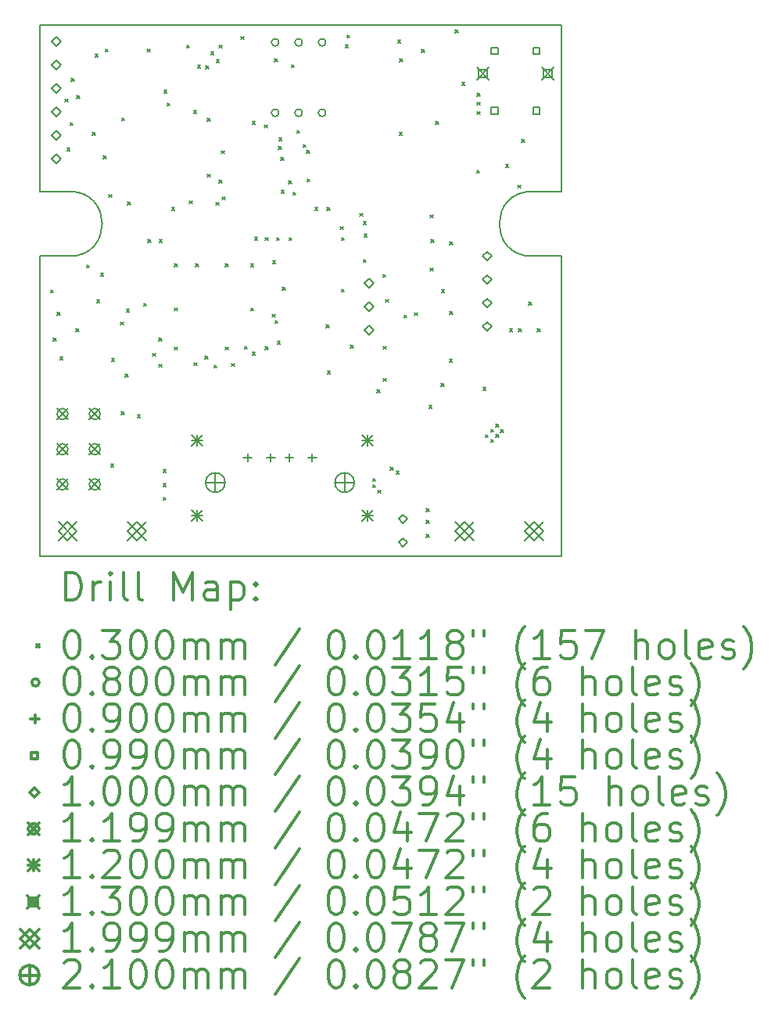
<source format=gbr>
%FSLAX45Y45*%
G04 Gerber Fmt 4.5, Leading zero omitted, Abs format (unit mm)*
G04 Created by KiCad (PCBNEW 5.1.10) date 2021-09-27 12:50:18*
%MOMM*%
%LPD*%
G01*
G04 APERTURE LIST*
%TA.AperFunction,Profile*%
%ADD10C,0.150000*%
%TD*%
%ADD11C,0.200000*%
%ADD12C,0.300000*%
G04 APERTURE END LIST*
D10*
X5650000Y3250000D02*
X5325000Y3250000D01*
X325000Y3950000D02*
G75*
G02*
X325000Y3250000I0J-350000D01*
G01*
X0Y3250000D02*
X325000Y3250000D01*
X5325000Y3950000D02*
G75*
G03*
X5325000Y3250000I0J-350000D01*
G01*
X325000Y3950000D02*
X0Y3950000D01*
X0Y3950000D02*
X0Y5750000D01*
X0Y0D02*
X0Y3250000D01*
X5650000Y0D02*
X0Y0D01*
X5650000Y3250000D02*
X5650000Y0D01*
X5650000Y3950000D02*
X5325000Y3950000D01*
X5650000Y5750000D02*
X5650000Y3950000D01*
X0Y5750000D02*
X5650000Y5750000D01*
D11*
X115000Y2882500D02*
X145000Y2852500D01*
X145000Y2882500D02*
X115000Y2852500D01*
X147500Y2362500D02*
X177500Y2332500D01*
X177500Y2362500D02*
X147500Y2332500D01*
X190000Y2642500D02*
X220000Y2612500D01*
X220000Y2642500D02*
X190000Y2612500D01*
X220000Y2160000D02*
X250000Y2130000D01*
X250000Y2160000D02*
X220000Y2130000D01*
X275000Y4950000D02*
X305000Y4920000D01*
X305000Y4950000D02*
X275000Y4920000D01*
X292500Y4422500D02*
X322500Y4392500D01*
X322500Y4422500D02*
X292500Y4392500D01*
X327500Y4695000D02*
X357500Y4665000D01*
X357500Y4695000D02*
X327500Y4665000D01*
X340000Y5175000D02*
X370000Y5145000D01*
X370000Y5175000D02*
X340000Y5145000D01*
X390000Y2465000D02*
X420000Y2435000D01*
X420000Y2465000D02*
X390000Y2435000D01*
X402500Y4987500D02*
X432500Y4957500D01*
X432500Y4987500D02*
X402500Y4957500D01*
X505000Y3155000D02*
X535000Y3125000D01*
X535000Y3155000D02*
X505000Y3125000D01*
X567500Y4587500D02*
X597500Y4557500D01*
X597500Y4587500D02*
X567500Y4557500D01*
X600000Y5435000D02*
X630000Y5405000D01*
X630000Y5435000D02*
X600000Y5405000D01*
X617500Y2777500D02*
X647500Y2747500D01*
X647500Y2777500D02*
X617500Y2747500D01*
X660000Y3065000D02*
X690000Y3035000D01*
X690000Y3065000D02*
X660000Y3035000D01*
X690000Y4335000D02*
X720000Y4305000D01*
X720000Y4335000D02*
X690000Y4305000D01*
X710000Y5492500D02*
X740000Y5462500D01*
X740000Y5492500D02*
X710000Y5462500D01*
X747500Y3917500D02*
X777500Y3887500D01*
X777500Y3917500D02*
X747500Y3887500D01*
X770000Y997500D02*
X800000Y967500D01*
X800000Y997500D02*
X770000Y967500D01*
X777500Y2145000D02*
X807500Y2115000D01*
X807500Y2145000D02*
X777500Y2115000D01*
X872500Y2535000D02*
X902500Y2505000D01*
X902500Y2535000D02*
X872500Y2505000D01*
X885000Y1565000D02*
X915000Y1535000D01*
X915000Y1565000D02*
X885000Y1535000D01*
X887500Y4745000D02*
X917500Y4715000D01*
X917500Y4745000D02*
X887500Y4715000D01*
X925000Y1972500D02*
X955000Y1942500D01*
X955000Y1972500D02*
X925000Y1942500D01*
X937500Y2677500D02*
X967500Y2647500D01*
X967500Y2677500D02*
X937500Y2647500D01*
X952500Y3835000D02*
X982500Y3805000D01*
X982500Y3835000D02*
X952500Y3805000D01*
X1057500Y1532500D02*
X1087500Y1502500D01*
X1087500Y1532500D02*
X1057500Y1502500D01*
X1125000Y2740000D02*
X1155000Y2710000D01*
X1155000Y2740000D02*
X1125000Y2710000D01*
X1160000Y5492500D02*
X1190000Y5462500D01*
X1190000Y5492500D02*
X1160000Y5462500D01*
X1172500Y3430000D02*
X1202500Y3400000D01*
X1202500Y3430000D02*
X1172500Y3400000D01*
X1222500Y2197500D02*
X1252500Y2167500D01*
X1252500Y2197500D02*
X1222500Y2167500D01*
X1290000Y2362500D02*
X1320000Y2332500D01*
X1320000Y2362500D02*
X1290000Y2332500D01*
X1290000Y2077500D02*
X1320000Y2047500D01*
X1320000Y2077500D02*
X1290000Y2047500D01*
X1295000Y3430000D02*
X1325000Y3400000D01*
X1325000Y3430000D02*
X1295000Y3400000D01*
X1335000Y940000D02*
X1365000Y910000D01*
X1365000Y940000D02*
X1335000Y910000D01*
X1335000Y790000D02*
X1365000Y760000D01*
X1365000Y790000D02*
X1335000Y760000D01*
X1335000Y640000D02*
X1365000Y610000D01*
X1365000Y640000D02*
X1335000Y610000D01*
X1342500Y5047500D02*
X1372500Y5017500D01*
X1372500Y5047500D02*
X1342500Y5017500D01*
X1377500Y4907500D02*
X1407500Y4877500D01*
X1407500Y4907500D02*
X1377500Y4877500D01*
X1427500Y3775000D02*
X1457500Y3745000D01*
X1457500Y3775000D02*
X1427500Y3745000D01*
X1460000Y3165000D02*
X1490000Y3135000D01*
X1490000Y3165000D02*
X1460000Y3135000D01*
X1460000Y2690000D02*
X1490000Y2660000D01*
X1490000Y2690000D02*
X1460000Y2660000D01*
X1460000Y2265000D02*
X1490000Y2235000D01*
X1490000Y2265000D02*
X1460000Y2235000D01*
X1590000Y5532500D02*
X1620000Y5502500D01*
X1620000Y5532500D02*
X1590000Y5502500D01*
X1617500Y3847500D02*
X1647500Y3817500D01*
X1647500Y3847500D02*
X1617500Y3817500D01*
X1665000Y4827500D02*
X1695000Y4797500D01*
X1695000Y4827500D02*
X1665000Y4797500D01*
X1670000Y2097500D02*
X1700000Y2067500D01*
X1700000Y2097500D02*
X1670000Y2067500D01*
X1685000Y3165000D02*
X1715000Y3135000D01*
X1715000Y3165000D02*
X1685000Y3135000D01*
X1707500Y5320000D02*
X1737500Y5290000D01*
X1737500Y5320000D02*
X1707500Y5290000D01*
X1787500Y2167500D02*
X1817500Y2137500D01*
X1817500Y2167500D02*
X1787500Y2137500D01*
X1795669Y5307129D02*
X1825669Y5277129D01*
X1825669Y5307129D02*
X1795669Y5277129D01*
X1812498Y4742500D02*
X1842498Y4712500D01*
X1842498Y4742500D02*
X1812498Y4712500D01*
X1812498Y4137500D02*
X1842498Y4107500D01*
X1842498Y4137500D02*
X1812498Y4107500D01*
X1852500Y5460000D02*
X1882500Y5430000D01*
X1882500Y5460000D02*
X1852500Y5430000D01*
X1887500Y2070000D02*
X1917500Y2040000D01*
X1917500Y2070000D02*
X1887500Y2040000D01*
X1907500Y3830000D02*
X1937500Y3800000D01*
X1937500Y3830000D02*
X1907500Y3800000D01*
X1910000Y5377500D02*
X1940000Y5347500D01*
X1940000Y5377500D02*
X1910000Y5347500D01*
X1940000Y5532500D02*
X1970000Y5502500D01*
X1970000Y5532500D02*
X1940000Y5502500D01*
X1940000Y4075001D02*
X1970000Y4045001D01*
X1970000Y4075001D02*
X1940000Y4045001D01*
X1967500Y4390000D02*
X1997500Y4360000D01*
X1997500Y4390000D02*
X1967500Y4360000D01*
X1975000Y3890000D02*
X2005000Y3860000D01*
X2005000Y3890000D02*
X1975000Y3860000D01*
X2010000Y3165000D02*
X2040000Y3135000D01*
X2040000Y3165000D02*
X2010000Y3135000D01*
X2010000Y2265000D02*
X2040000Y2235000D01*
X2040000Y2265000D02*
X2010000Y2235000D01*
X2075000Y2087500D02*
X2105000Y2057500D01*
X2105000Y2087500D02*
X2075000Y2057500D01*
X2177500Y5627500D02*
X2207500Y5597500D01*
X2207500Y5627500D02*
X2177500Y5597500D01*
X2217500Y2275000D02*
X2247500Y2245000D01*
X2247500Y2275000D02*
X2217500Y2245000D01*
X2285000Y3165000D02*
X2315000Y3135000D01*
X2315000Y3165000D02*
X2285000Y3135000D01*
X2285000Y2690000D02*
X2315000Y2660000D01*
X2315000Y2690000D02*
X2285000Y2660000D01*
X2300000Y4707500D02*
X2330000Y4677500D01*
X2330000Y4707500D02*
X2300000Y4677500D01*
X2300000Y2212500D02*
X2330000Y2182500D01*
X2330000Y2212500D02*
X2300000Y2182500D01*
X2327500Y3455000D02*
X2357500Y3425000D01*
X2357500Y3455000D02*
X2327500Y3425000D01*
X2430000Y4670000D02*
X2460000Y4640000D01*
X2460000Y4670000D02*
X2430000Y4640000D01*
X2442500Y3452500D02*
X2472500Y3422500D01*
X2472500Y3452500D02*
X2442500Y3422500D01*
X2442500Y2270000D02*
X2472500Y2240000D01*
X2472500Y2270000D02*
X2442500Y2240000D01*
X2514803Y2619999D02*
X2544803Y2589999D01*
X2544803Y2619999D02*
X2514803Y2589999D01*
X2520000Y3202500D02*
X2550000Y3172500D01*
X2550000Y3202500D02*
X2520000Y3172500D01*
X2541759Y5385741D02*
X2571759Y5355741D01*
X2571759Y5385741D02*
X2541759Y5355741D01*
X2547500Y2552500D02*
X2577500Y2522500D01*
X2577500Y2552500D02*
X2547500Y2522500D01*
X2565000Y3452500D02*
X2595000Y3422500D01*
X2595000Y3452500D02*
X2565000Y3422500D01*
X2572500Y2327500D02*
X2602500Y2297500D01*
X2602500Y2327500D02*
X2572500Y2297500D01*
X2582500Y4437500D02*
X2612500Y4407500D01*
X2612500Y4437500D02*
X2582500Y4407500D01*
X2590000Y4530000D02*
X2620000Y4500000D01*
X2620000Y4530000D02*
X2590000Y4500000D01*
X2610000Y4320000D02*
X2640000Y4290000D01*
X2640000Y4320000D02*
X2610000Y4290000D01*
X2610000Y4320000D02*
X2640000Y4290000D01*
X2640000Y4320000D02*
X2610000Y4290000D01*
X2612500Y3962500D02*
X2642500Y3932500D01*
X2642500Y3962500D02*
X2612500Y3932500D01*
X2625000Y2915000D02*
X2655000Y2885000D01*
X2655000Y2915000D02*
X2625000Y2885000D01*
X2692500Y4062500D02*
X2722500Y4032500D01*
X2722500Y4062500D02*
X2692500Y4032500D01*
X2697500Y3452500D02*
X2727500Y3422500D01*
X2727500Y3452500D02*
X2697500Y3422500D01*
X2725000Y5322500D02*
X2755000Y5292500D01*
X2755000Y5322500D02*
X2725000Y5292500D01*
X2740811Y3942871D02*
X2770811Y3912871D01*
X2770811Y3942871D02*
X2740811Y3912871D01*
X2782000Y4610000D02*
X2812000Y4580000D01*
X2812000Y4610000D02*
X2782000Y4580000D01*
X2850000Y4457500D02*
X2880000Y4427500D01*
X2880000Y4457500D02*
X2850000Y4427500D01*
X2891603Y4395096D02*
X2921603Y4365096D01*
X2921603Y4395096D02*
X2891603Y4365096D01*
X2895000Y4087500D02*
X2925000Y4057500D01*
X2925000Y4087500D02*
X2895000Y4057500D01*
X2980000Y3777500D02*
X3010000Y3747500D01*
X3010000Y3777500D02*
X2980000Y3747500D01*
X3102500Y2507500D02*
X3132500Y2477500D01*
X3132500Y2507500D02*
X3102500Y2477500D01*
X3110000Y3777500D02*
X3140000Y3747500D01*
X3140000Y3777500D02*
X3110000Y3747500D01*
X3115000Y2007500D02*
X3145000Y1977500D01*
X3145000Y2007500D02*
X3115000Y1977500D01*
X3255000Y3567498D02*
X3285000Y3537498D01*
X3285000Y3567498D02*
X3255000Y3537498D01*
X3267500Y2892500D02*
X3297500Y2862500D01*
X3297500Y2892500D02*
X3267500Y2862500D01*
X3267856Y3452497D02*
X3297856Y3422497D01*
X3297856Y3452497D02*
X3267856Y3422497D01*
X3310000Y5540000D02*
X3340000Y5510000D01*
X3340000Y5540000D02*
X3310000Y5510000D01*
X3325000Y5645000D02*
X3355000Y5615000D01*
X3355000Y5645000D02*
X3325000Y5615000D01*
X3362500Y2285000D02*
X3392500Y2255000D01*
X3392500Y2285000D02*
X3362500Y2255000D01*
X3465618Y3715001D02*
X3495618Y3685001D01*
X3495618Y3715001D02*
X3465618Y3685001D01*
X3502500Y3622500D02*
X3532500Y3592500D01*
X3532500Y3622500D02*
X3502500Y3592500D01*
X3502500Y3215000D02*
X3532500Y3185000D01*
X3532500Y3215000D02*
X3502500Y3185000D01*
X3510000Y3490000D02*
X3540000Y3460000D01*
X3540000Y3490000D02*
X3510000Y3460000D01*
X3605000Y845000D02*
X3635000Y815000D01*
X3635000Y845000D02*
X3605000Y815000D01*
X3605000Y775000D02*
X3635000Y745000D01*
X3635000Y775000D02*
X3605000Y745000D01*
X3652500Y1802500D02*
X3682500Y1772500D01*
X3682500Y1802500D02*
X3652500Y1772500D01*
X3659500Y714500D02*
X3689500Y684500D01*
X3689500Y714500D02*
X3659500Y684500D01*
X3715000Y3052500D02*
X3745000Y3022500D01*
X3745000Y3052500D02*
X3715000Y3022500D01*
X3717500Y2275000D02*
X3747500Y2245000D01*
X3747500Y2275000D02*
X3717500Y2245000D01*
X3720000Y1927500D02*
X3750000Y1897500D01*
X3750000Y1927500D02*
X3720000Y1897500D01*
X3742500Y2782500D02*
X3772500Y2752500D01*
X3772500Y2782500D02*
X3742500Y2752500D01*
X3795000Y965000D02*
X3825000Y935000D01*
X3825000Y965000D02*
X3795000Y935000D01*
X3857405Y923397D02*
X3887405Y893397D01*
X3887405Y923397D02*
X3857405Y893397D01*
X3877500Y5590000D02*
X3907500Y5560000D01*
X3907500Y5590000D02*
X3877500Y5560000D01*
X3892500Y4587500D02*
X3922500Y4557500D01*
X3922500Y4587500D02*
X3892500Y4557500D01*
X3895000Y5385000D02*
X3925000Y5355000D01*
X3925000Y5385000D02*
X3895000Y5355000D01*
X3942500Y2612500D02*
X3972500Y2582500D01*
X3972500Y2612500D02*
X3942500Y2582500D01*
X4057500Y2637500D02*
X4087500Y2607500D01*
X4087500Y2637500D02*
X4057500Y2607500D01*
X4135000Y5485000D02*
X4165000Y5455000D01*
X4165000Y5485000D02*
X4135000Y5455000D01*
X4185000Y515000D02*
X4215000Y485000D01*
X4215000Y515000D02*
X4185000Y485000D01*
X4185000Y390000D02*
X4215000Y360000D01*
X4215000Y390000D02*
X4185000Y360000D01*
X4185000Y240000D02*
X4215000Y210000D01*
X4215000Y240000D02*
X4185000Y210000D01*
X4215000Y1635000D02*
X4245000Y1605000D01*
X4245000Y1635000D02*
X4215000Y1605000D01*
X4225000Y3695000D02*
X4255000Y3665000D01*
X4255000Y3695000D02*
X4225000Y3665000D01*
X4227500Y3122500D02*
X4257500Y3092500D01*
X4257500Y3122500D02*
X4227500Y3092500D01*
X4235000Y3430000D02*
X4265000Y3400000D01*
X4265000Y3430000D02*
X4235000Y3400000D01*
X4287500Y4710000D02*
X4317500Y4680000D01*
X4317500Y4710000D02*
X4287500Y4680000D01*
X4347500Y1870000D02*
X4377500Y1840000D01*
X4377500Y1870000D02*
X4347500Y1840000D01*
X4350000Y2887500D02*
X4380000Y2857500D01*
X4380000Y2887500D02*
X4350000Y2857500D01*
X4435000Y2132500D02*
X4465000Y2102500D01*
X4465000Y2132500D02*
X4435000Y2102500D01*
X4440000Y3402500D02*
X4470000Y3372500D01*
X4470000Y3402500D02*
X4440000Y3372500D01*
X4440000Y2650000D02*
X4470000Y2620000D01*
X4470000Y2650000D02*
X4440000Y2620000D01*
X4497500Y5697500D02*
X4527500Y5667500D01*
X4527500Y5697500D02*
X4497500Y5667500D01*
X4570000Y5132500D02*
X4600000Y5102500D01*
X4600000Y5132500D02*
X4570000Y5102500D01*
X4732500Y4180000D02*
X4762500Y4150000D01*
X4762500Y4180000D02*
X4732500Y4150000D01*
X4735000Y5015000D02*
X4765000Y4985000D01*
X4765000Y5015000D02*
X4735000Y4985000D01*
X4735000Y4915000D02*
X4765000Y4885000D01*
X4765000Y4915000D02*
X4735000Y4885000D01*
X4735000Y4815000D02*
X4765000Y4785000D01*
X4765000Y4815000D02*
X4735000Y4785000D01*
X4800000Y1830000D02*
X4830000Y1800000D01*
X4830000Y1830000D02*
X4800000Y1800000D01*
X4822500Y1317500D02*
X4852500Y1287500D01*
X4852500Y1317500D02*
X4822500Y1287500D01*
X4882500Y1375000D02*
X4912500Y1345000D01*
X4912500Y1375000D02*
X4882500Y1345000D01*
X4882500Y1265000D02*
X4912500Y1235000D01*
X4912500Y1265000D02*
X4882500Y1235000D01*
X4937500Y1430000D02*
X4967500Y1400000D01*
X4967500Y1430000D02*
X4937500Y1400000D01*
X4937500Y1320000D02*
X4967500Y1290000D01*
X4967500Y1320000D02*
X4937500Y1290000D01*
X4991250Y1373750D02*
X5021250Y1343750D01*
X5021250Y1373750D02*
X4991250Y1343750D01*
X5045000Y4242500D02*
X5075000Y4212500D01*
X5075000Y4242500D02*
X5045000Y4212500D01*
X5085000Y2465000D02*
X5115000Y2435000D01*
X5115000Y2465000D02*
X5085000Y2435000D01*
X5175000Y4017500D02*
X5205000Y3987500D01*
X5205000Y4017500D02*
X5175000Y3987500D01*
X5185000Y2465000D02*
X5215000Y2435000D01*
X5215000Y2465000D02*
X5185000Y2435000D01*
X5220000Y4515000D02*
X5250000Y4485000D01*
X5250000Y4515000D02*
X5220000Y4485000D01*
X5295000Y2752500D02*
X5325000Y2722500D01*
X5325000Y2752500D02*
X5295000Y2722500D01*
X5385000Y2465000D02*
X5415000Y2435000D01*
X5415000Y2465000D02*
X5385000Y2435000D01*
X2588000Y5564000D02*
G75*
G03*
X2588000Y5564000I-40000J0D01*
G01*
X2588000Y4802000D02*
G75*
G03*
X2588000Y4802000I-40000J0D01*
G01*
X2842000Y5564000D02*
G75*
G03*
X2842000Y5564000I-40000J0D01*
G01*
X2842000Y4802000D02*
G75*
G03*
X2842000Y4802000I-40000J0D01*
G01*
X3096000Y5564000D02*
G75*
G03*
X3096000Y5564000I-40000J0D01*
G01*
X3096000Y4802000D02*
G75*
G03*
X3096000Y4802000I-40000J0D01*
G01*
X2250000Y1116000D02*
X2250000Y1026000D01*
X2205000Y1071000D02*
X2295000Y1071000D01*
X2500000Y1116000D02*
X2500000Y1026000D01*
X2455000Y1071000D02*
X2545000Y1071000D01*
X2700000Y1116000D02*
X2700000Y1026000D01*
X2655000Y1071000D02*
X2745000Y1071000D01*
X2950000Y1116000D02*
X2950000Y1026000D01*
X2905000Y1071000D02*
X2995000Y1071000D01*
X4959002Y5439998D02*
X4959002Y5510002D01*
X4888998Y5510002D01*
X4888998Y5439998D01*
X4959002Y5439998D01*
X4959002Y4789998D02*
X4959002Y4860002D01*
X4888998Y4860002D01*
X4888998Y4789998D01*
X4959002Y4789998D01*
X5409002Y5439998D02*
X5409002Y5510002D01*
X5338998Y5510002D01*
X5338998Y5439998D01*
X5409002Y5439998D01*
X5409002Y4789998D02*
X5409002Y4860002D01*
X5338998Y4860002D01*
X5338998Y4789998D01*
X5409002Y4789998D01*
X175000Y5525000D02*
X225000Y5575000D01*
X175000Y5625000D01*
X125000Y5575000D01*
X175000Y5525000D01*
X175000Y5271000D02*
X225000Y5321000D01*
X175000Y5371000D01*
X125000Y5321000D01*
X175000Y5271000D01*
X175000Y5017000D02*
X225000Y5067000D01*
X175000Y5117000D01*
X125000Y5067000D01*
X175000Y5017000D01*
X175000Y4763000D02*
X225000Y4813000D01*
X175000Y4863000D01*
X125000Y4813000D01*
X175000Y4763000D01*
X175000Y4509000D02*
X225000Y4559000D01*
X175000Y4609000D01*
X125000Y4559000D01*
X175000Y4509000D01*
X175000Y4255000D02*
X225000Y4305000D01*
X175000Y4355000D01*
X125000Y4305000D01*
X175000Y4255000D01*
X3565000Y2905000D02*
X3615000Y2955000D01*
X3565000Y3005000D01*
X3515000Y2955000D01*
X3565000Y2905000D01*
X3565000Y2651000D02*
X3615000Y2701000D01*
X3565000Y2751000D01*
X3515000Y2701000D01*
X3565000Y2651000D01*
X3565000Y2397000D02*
X3615000Y2447000D01*
X3565000Y2497000D01*
X3515000Y2447000D01*
X3565000Y2397000D01*
X3932500Y355000D02*
X3982500Y405000D01*
X3932500Y455000D01*
X3882500Y405000D01*
X3932500Y355000D01*
X3932500Y101000D02*
X3982500Y151000D01*
X3932500Y201000D01*
X3882500Y151000D01*
X3932500Y101000D01*
X4845000Y3200000D02*
X4895000Y3250000D01*
X4845000Y3300000D01*
X4795000Y3250000D01*
X4845000Y3200000D01*
X4845000Y2946000D02*
X4895000Y2996000D01*
X4845000Y3046000D01*
X4795000Y2996000D01*
X4845000Y2946000D01*
X4845000Y2692000D02*
X4895000Y2742000D01*
X4845000Y2792000D01*
X4795000Y2742000D01*
X4845000Y2692000D01*
X4845000Y2438000D02*
X4895000Y2488000D01*
X4845000Y2538000D01*
X4795000Y2488000D01*
X4845000Y2438000D01*
X185056Y1600944D02*
X304944Y1481056D01*
X304944Y1600944D02*
X185056Y1481056D01*
X304944Y1541000D02*
G75*
G03*
X304944Y1541000I-59944J0D01*
G01*
X185056Y1219944D02*
X304944Y1100056D01*
X304944Y1219944D02*
X185056Y1100056D01*
X304944Y1160000D02*
G75*
G03*
X304944Y1160000I-59944J0D01*
G01*
X185056Y838944D02*
X304944Y719056D01*
X304944Y838944D02*
X185056Y719056D01*
X304944Y779000D02*
G75*
G03*
X304944Y779000I-59944J0D01*
G01*
X535056Y1600944D02*
X654944Y1481056D01*
X654944Y1600944D02*
X535056Y1481056D01*
X654944Y1541000D02*
G75*
G03*
X654944Y1541000I-59944J0D01*
G01*
X535056Y1219944D02*
X654944Y1100056D01*
X654944Y1219944D02*
X535056Y1100056D01*
X654944Y1160000D02*
G75*
G03*
X654944Y1160000I-59944J0D01*
G01*
X535056Y838944D02*
X654944Y719056D01*
X654944Y838944D02*
X535056Y719056D01*
X654944Y779000D02*
G75*
G03*
X654944Y779000I-59944J0D01*
G01*
X1640000Y1316000D02*
X1760000Y1196000D01*
X1760000Y1316000D02*
X1640000Y1196000D01*
X1700000Y1316000D02*
X1700000Y1196000D01*
X1640000Y1256000D02*
X1760000Y1256000D01*
X1640000Y504000D02*
X1760000Y384000D01*
X1760000Y504000D02*
X1640000Y384000D01*
X1700000Y504000D02*
X1700000Y384000D01*
X1640000Y444000D02*
X1760000Y444000D01*
X3490000Y1316000D02*
X3610000Y1196000D01*
X3610000Y1316000D02*
X3490000Y1196000D01*
X3550000Y1316000D02*
X3550000Y1196000D01*
X3490000Y1256000D02*
X3610000Y1256000D01*
X3490000Y504000D02*
X3610000Y384000D01*
X3610000Y504000D02*
X3490000Y384000D01*
X3550000Y504000D02*
X3550000Y384000D01*
X3490000Y444000D02*
X3610000Y444000D01*
X4734000Y5291000D02*
X4864000Y5161000D01*
X4864000Y5291000D02*
X4734000Y5161000D01*
X4844962Y5180038D02*
X4844962Y5271962D01*
X4753038Y5271962D01*
X4753038Y5180038D01*
X4844962Y5180038D01*
X5435000Y5291000D02*
X5565000Y5161000D01*
X5565000Y5291000D02*
X5435000Y5161000D01*
X5545962Y5180038D02*
X5545962Y5271962D01*
X5454038Y5271962D01*
X5454038Y5180038D01*
X5545962Y5180038D01*
X200051Y374949D02*
X399949Y175051D01*
X399949Y374949D02*
X200051Y175051D01*
X300000Y175051D02*
X399949Y275000D01*
X300000Y374949D01*
X200051Y275000D01*
X300000Y175051D01*
X950051Y374949D02*
X1149949Y175051D01*
X1149949Y374949D02*
X950051Y175051D01*
X1050000Y175051D02*
X1149949Y275000D01*
X1050000Y374949D01*
X950051Y275000D01*
X1050000Y175051D01*
X4500051Y374949D02*
X4699949Y175051D01*
X4699949Y374949D02*
X4500051Y175051D01*
X4600000Y175051D02*
X4699949Y275000D01*
X4600000Y374949D01*
X4500051Y275000D01*
X4600000Y175051D01*
X5250051Y374949D02*
X5449949Y175051D01*
X5449949Y374949D02*
X5250051Y175051D01*
X5350000Y175051D02*
X5449949Y275000D01*
X5350000Y374949D01*
X5250051Y275000D01*
X5350000Y175051D01*
X1900000Y905000D02*
X1900000Y695000D01*
X1795000Y800000D02*
X2005000Y800000D01*
X2005000Y800000D02*
G75*
G03*
X2005000Y800000I-105000J0D01*
G01*
X3300000Y905000D02*
X3300000Y695000D01*
X3195000Y800000D02*
X3405000Y800000D01*
X3405000Y800000D02*
G75*
G03*
X3405000Y800000I-105000J0D01*
G01*
D12*
X278928Y-473214D02*
X278928Y-173214D01*
X350357Y-173214D01*
X393214Y-187500D01*
X421786Y-216071D01*
X436071Y-244643D01*
X450357Y-301786D01*
X450357Y-344643D01*
X436071Y-401786D01*
X421786Y-430357D01*
X393214Y-458929D01*
X350357Y-473214D01*
X278928Y-473214D01*
X578928Y-473214D02*
X578928Y-273214D01*
X578928Y-330357D02*
X593214Y-301786D01*
X607500Y-287500D01*
X636071Y-273214D01*
X664643Y-273214D01*
X764643Y-473214D02*
X764643Y-273214D01*
X764643Y-173214D02*
X750357Y-187500D01*
X764643Y-201786D01*
X778928Y-187500D01*
X764643Y-173214D01*
X764643Y-201786D01*
X950357Y-473214D02*
X921786Y-458929D01*
X907500Y-430357D01*
X907500Y-173214D01*
X1107500Y-473214D02*
X1078928Y-458929D01*
X1064643Y-430357D01*
X1064643Y-173214D01*
X1450357Y-473214D02*
X1450357Y-173214D01*
X1550357Y-387500D01*
X1650357Y-173214D01*
X1650357Y-473214D01*
X1921786Y-473214D02*
X1921786Y-316072D01*
X1907500Y-287500D01*
X1878928Y-273214D01*
X1821786Y-273214D01*
X1793214Y-287500D01*
X1921786Y-458929D02*
X1893214Y-473214D01*
X1821786Y-473214D01*
X1793214Y-458929D01*
X1778928Y-430357D01*
X1778928Y-401786D01*
X1793214Y-373214D01*
X1821786Y-358929D01*
X1893214Y-358929D01*
X1921786Y-344643D01*
X2064643Y-273214D02*
X2064643Y-573214D01*
X2064643Y-287500D02*
X2093214Y-273214D01*
X2150357Y-273214D01*
X2178928Y-287500D01*
X2193214Y-301786D01*
X2207500Y-330357D01*
X2207500Y-416071D01*
X2193214Y-444643D01*
X2178928Y-458929D01*
X2150357Y-473214D01*
X2093214Y-473214D01*
X2064643Y-458929D01*
X2336071Y-444643D02*
X2350357Y-458929D01*
X2336071Y-473214D01*
X2321786Y-458929D01*
X2336071Y-444643D01*
X2336071Y-473214D01*
X2336071Y-287500D02*
X2350357Y-301786D01*
X2336071Y-316072D01*
X2321786Y-301786D01*
X2336071Y-287500D01*
X2336071Y-316072D01*
X-37500Y-952500D02*
X-7500Y-982500D01*
X-7500Y-952500D02*
X-37500Y-982500D01*
X336071Y-803214D02*
X364643Y-803214D01*
X393214Y-817500D01*
X407500Y-831786D01*
X421786Y-860357D01*
X436071Y-917500D01*
X436071Y-988929D01*
X421786Y-1046071D01*
X407500Y-1074643D01*
X393214Y-1088929D01*
X364643Y-1103214D01*
X336071Y-1103214D01*
X307500Y-1088929D01*
X293214Y-1074643D01*
X278928Y-1046071D01*
X264643Y-988929D01*
X264643Y-917500D01*
X278928Y-860357D01*
X293214Y-831786D01*
X307500Y-817500D01*
X336071Y-803214D01*
X564643Y-1074643D02*
X578928Y-1088929D01*
X564643Y-1103214D01*
X550357Y-1088929D01*
X564643Y-1074643D01*
X564643Y-1103214D01*
X678928Y-803214D02*
X864643Y-803214D01*
X764643Y-917500D01*
X807500Y-917500D01*
X836071Y-931786D01*
X850357Y-946071D01*
X864643Y-974643D01*
X864643Y-1046071D01*
X850357Y-1074643D01*
X836071Y-1088929D01*
X807500Y-1103214D01*
X721786Y-1103214D01*
X693214Y-1088929D01*
X678928Y-1074643D01*
X1050357Y-803214D02*
X1078928Y-803214D01*
X1107500Y-817500D01*
X1121786Y-831786D01*
X1136071Y-860357D01*
X1150357Y-917500D01*
X1150357Y-988929D01*
X1136071Y-1046071D01*
X1121786Y-1074643D01*
X1107500Y-1088929D01*
X1078928Y-1103214D01*
X1050357Y-1103214D01*
X1021786Y-1088929D01*
X1007500Y-1074643D01*
X993214Y-1046071D01*
X978928Y-988929D01*
X978928Y-917500D01*
X993214Y-860357D01*
X1007500Y-831786D01*
X1021786Y-817500D01*
X1050357Y-803214D01*
X1336071Y-803214D02*
X1364643Y-803214D01*
X1393214Y-817500D01*
X1407500Y-831786D01*
X1421786Y-860357D01*
X1436071Y-917500D01*
X1436071Y-988929D01*
X1421786Y-1046071D01*
X1407500Y-1074643D01*
X1393214Y-1088929D01*
X1364643Y-1103214D01*
X1336071Y-1103214D01*
X1307500Y-1088929D01*
X1293214Y-1074643D01*
X1278928Y-1046071D01*
X1264643Y-988929D01*
X1264643Y-917500D01*
X1278928Y-860357D01*
X1293214Y-831786D01*
X1307500Y-817500D01*
X1336071Y-803214D01*
X1564643Y-1103214D02*
X1564643Y-903214D01*
X1564643Y-931786D02*
X1578928Y-917500D01*
X1607500Y-903214D01*
X1650357Y-903214D01*
X1678928Y-917500D01*
X1693214Y-946071D01*
X1693214Y-1103214D01*
X1693214Y-946071D02*
X1707500Y-917500D01*
X1736071Y-903214D01*
X1778928Y-903214D01*
X1807500Y-917500D01*
X1821786Y-946071D01*
X1821786Y-1103214D01*
X1964643Y-1103214D02*
X1964643Y-903214D01*
X1964643Y-931786D02*
X1978928Y-917500D01*
X2007500Y-903214D01*
X2050357Y-903214D01*
X2078928Y-917500D01*
X2093214Y-946071D01*
X2093214Y-1103214D01*
X2093214Y-946071D02*
X2107500Y-917500D01*
X2136071Y-903214D01*
X2178928Y-903214D01*
X2207500Y-917500D01*
X2221786Y-946071D01*
X2221786Y-1103214D01*
X2807500Y-788929D02*
X2550357Y-1174643D01*
X3193214Y-803214D02*
X3221786Y-803214D01*
X3250357Y-817500D01*
X3264643Y-831786D01*
X3278928Y-860357D01*
X3293214Y-917500D01*
X3293214Y-988929D01*
X3278928Y-1046071D01*
X3264643Y-1074643D01*
X3250357Y-1088929D01*
X3221786Y-1103214D01*
X3193214Y-1103214D01*
X3164643Y-1088929D01*
X3150357Y-1074643D01*
X3136071Y-1046071D01*
X3121786Y-988929D01*
X3121786Y-917500D01*
X3136071Y-860357D01*
X3150357Y-831786D01*
X3164643Y-817500D01*
X3193214Y-803214D01*
X3421786Y-1074643D02*
X3436071Y-1088929D01*
X3421786Y-1103214D01*
X3407500Y-1088929D01*
X3421786Y-1074643D01*
X3421786Y-1103214D01*
X3621786Y-803214D02*
X3650357Y-803214D01*
X3678928Y-817500D01*
X3693214Y-831786D01*
X3707500Y-860357D01*
X3721786Y-917500D01*
X3721786Y-988929D01*
X3707500Y-1046071D01*
X3693214Y-1074643D01*
X3678928Y-1088929D01*
X3650357Y-1103214D01*
X3621786Y-1103214D01*
X3593214Y-1088929D01*
X3578928Y-1074643D01*
X3564643Y-1046071D01*
X3550357Y-988929D01*
X3550357Y-917500D01*
X3564643Y-860357D01*
X3578928Y-831786D01*
X3593214Y-817500D01*
X3621786Y-803214D01*
X4007500Y-1103214D02*
X3836071Y-1103214D01*
X3921786Y-1103214D02*
X3921786Y-803214D01*
X3893214Y-846071D01*
X3864643Y-874643D01*
X3836071Y-888929D01*
X4293214Y-1103214D02*
X4121786Y-1103214D01*
X4207500Y-1103214D02*
X4207500Y-803214D01*
X4178928Y-846071D01*
X4150357Y-874643D01*
X4121786Y-888929D01*
X4464643Y-931786D02*
X4436071Y-917500D01*
X4421786Y-903214D01*
X4407500Y-874643D01*
X4407500Y-860357D01*
X4421786Y-831786D01*
X4436071Y-817500D01*
X4464643Y-803214D01*
X4521786Y-803214D01*
X4550357Y-817500D01*
X4564643Y-831786D01*
X4578928Y-860357D01*
X4578928Y-874643D01*
X4564643Y-903214D01*
X4550357Y-917500D01*
X4521786Y-931786D01*
X4464643Y-931786D01*
X4436071Y-946071D01*
X4421786Y-960357D01*
X4407500Y-988929D01*
X4407500Y-1046071D01*
X4421786Y-1074643D01*
X4436071Y-1088929D01*
X4464643Y-1103214D01*
X4521786Y-1103214D01*
X4550357Y-1088929D01*
X4564643Y-1074643D01*
X4578928Y-1046071D01*
X4578928Y-988929D01*
X4564643Y-960357D01*
X4550357Y-946071D01*
X4521786Y-931786D01*
X4693214Y-803214D02*
X4693214Y-860357D01*
X4807500Y-803214D02*
X4807500Y-860357D01*
X5250357Y-1217500D02*
X5236071Y-1203214D01*
X5207500Y-1160357D01*
X5193214Y-1131786D01*
X5178928Y-1088929D01*
X5164643Y-1017500D01*
X5164643Y-960357D01*
X5178928Y-888929D01*
X5193214Y-846071D01*
X5207500Y-817500D01*
X5236071Y-774643D01*
X5250357Y-760357D01*
X5521786Y-1103214D02*
X5350357Y-1103214D01*
X5436071Y-1103214D02*
X5436071Y-803214D01*
X5407500Y-846071D01*
X5378928Y-874643D01*
X5350357Y-888929D01*
X5793214Y-803214D02*
X5650357Y-803214D01*
X5636071Y-946071D01*
X5650357Y-931786D01*
X5678928Y-917500D01*
X5750357Y-917500D01*
X5778928Y-931786D01*
X5793214Y-946071D01*
X5807500Y-974643D01*
X5807500Y-1046071D01*
X5793214Y-1074643D01*
X5778928Y-1088929D01*
X5750357Y-1103214D01*
X5678928Y-1103214D01*
X5650357Y-1088929D01*
X5636071Y-1074643D01*
X5907500Y-803214D02*
X6107500Y-803214D01*
X5978928Y-1103214D01*
X6450357Y-1103214D02*
X6450357Y-803214D01*
X6578928Y-1103214D02*
X6578928Y-946071D01*
X6564643Y-917500D01*
X6536071Y-903214D01*
X6493214Y-903214D01*
X6464643Y-917500D01*
X6450357Y-931786D01*
X6764643Y-1103214D02*
X6736071Y-1088929D01*
X6721786Y-1074643D01*
X6707500Y-1046071D01*
X6707500Y-960357D01*
X6721786Y-931786D01*
X6736071Y-917500D01*
X6764643Y-903214D01*
X6807500Y-903214D01*
X6836071Y-917500D01*
X6850357Y-931786D01*
X6864643Y-960357D01*
X6864643Y-1046071D01*
X6850357Y-1074643D01*
X6836071Y-1088929D01*
X6807500Y-1103214D01*
X6764643Y-1103214D01*
X7036071Y-1103214D02*
X7007500Y-1088929D01*
X6993214Y-1060357D01*
X6993214Y-803214D01*
X7264643Y-1088929D02*
X7236071Y-1103214D01*
X7178928Y-1103214D01*
X7150357Y-1088929D01*
X7136071Y-1060357D01*
X7136071Y-946071D01*
X7150357Y-917500D01*
X7178928Y-903214D01*
X7236071Y-903214D01*
X7264643Y-917500D01*
X7278928Y-946071D01*
X7278928Y-974643D01*
X7136071Y-1003214D01*
X7393214Y-1088929D02*
X7421786Y-1103214D01*
X7478928Y-1103214D01*
X7507500Y-1088929D01*
X7521786Y-1060357D01*
X7521786Y-1046071D01*
X7507500Y-1017500D01*
X7478928Y-1003214D01*
X7436071Y-1003214D01*
X7407500Y-988929D01*
X7393214Y-960357D01*
X7393214Y-946071D01*
X7407500Y-917500D01*
X7436071Y-903214D01*
X7478928Y-903214D01*
X7507500Y-917500D01*
X7621786Y-1217500D02*
X7636071Y-1203214D01*
X7664643Y-1160357D01*
X7678928Y-1131786D01*
X7693214Y-1088929D01*
X7707500Y-1017500D01*
X7707500Y-960357D01*
X7693214Y-888929D01*
X7678928Y-846071D01*
X7664643Y-817500D01*
X7636071Y-774643D01*
X7621786Y-760357D01*
X-7500Y-1363500D02*
G75*
G03*
X-7500Y-1363500I-40000J0D01*
G01*
X336071Y-1199214D02*
X364643Y-1199214D01*
X393214Y-1213500D01*
X407500Y-1227786D01*
X421786Y-1256357D01*
X436071Y-1313500D01*
X436071Y-1384929D01*
X421786Y-1442071D01*
X407500Y-1470643D01*
X393214Y-1484929D01*
X364643Y-1499214D01*
X336071Y-1499214D01*
X307500Y-1484929D01*
X293214Y-1470643D01*
X278928Y-1442071D01*
X264643Y-1384929D01*
X264643Y-1313500D01*
X278928Y-1256357D01*
X293214Y-1227786D01*
X307500Y-1213500D01*
X336071Y-1199214D01*
X564643Y-1470643D02*
X578928Y-1484929D01*
X564643Y-1499214D01*
X550357Y-1484929D01*
X564643Y-1470643D01*
X564643Y-1499214D01*
X750357Y-1327786D02*
X721786Y-1313500D01*
X707500Y-1299214D01*
X693214Y-1270643D01*
X693214Y-1256357D01*
X707500Y-1227786D01*
X721786Y-1213500D01*
X750357Y-1199214D01*
X807500Y-1199214D01*
X836071Y-1213500D01*
X850357Y-1227786D01*
X864643Y-1256357D01*
X864643Y-1270643D01*
X850357Y-1299214D01*
X836071Y-1313500D01*
X807500Y-1327786D01*
X750357Y-1327786D01*
X721786Y-1342072D01*
X707500Y-1356357D01*
X693214Y-1384929D01*
X693214Y-1442071D01*
X707500Y-1470643D01*
X721786Y-1484929D01*
X750357Y-1499214D01*
X807500Y-1499214D01*
X836071Y-1484929D01*
X850357Y-1470643D01*
X864643Y-1442071D01*
X864643Y-1384929D01*
X850357Y-1356357D01*
X836071Y-1342072D01*
X807500Y-1327786D01*
X1050357Y-1199214D02*
X1078928Y-1199214D01*
X1107500Y-1213500D01*
X1121786Y-1227786D01*
X1136071Y-1256357D01*
X1150357Y-1313500D01*
X1150357Y-1384929D01*
X1136071Y-1442071D01*
X1121786Y-1470643D01*
X1107500Y-1484929D01*
X1078928Y-1499214D01*
X1050357Y-1499214D01*
X1021786Y-1484929D01*
X1007500Y-1470643D01*
X993214Y-1442071D01*
X978928Y-1384929D01*
X978928Y-1313500D01*
X993214Y-1256357D01*
X1007500Y-1227786D01*
X1021786Y-1213500D01*
X1050357Y-1199214D01*
X1336071Y-1199214D02*
X1364643Y-1199214D01*
X1393214Y-1213500D01*
X1407500Y-1227786D01*
X1421786Y-1256357D01*
X1436071Y-1313500D01*
X1436071Y-1384929D01*
X1421786Y-1442071D01*
X1407500Y-1470643D01*
X1393214Y-1484929D01*
X1364643Y-1499214D01*
X1336071Y-1499214D01*
X1307500Y-1484929D01*
X1293214Y-1470643D01*
X1278928Y-1442071D01*
X1264643Y-1384929D01*
X1264643Y-1313500D01*
X1278928Y-1256357D01*
X1293214Y-1227786D01*
X1307500Y-1213500D01*
X1336071Y-1199214D01*
X1564643Y-1499214D02*
X1564643Y-1299214D01*
X1564643Y-1327786D02*
X1578928Y-1313500D01*
X1607500Y-1299214D01*
X1650357Y-1299214D01*
X1678928Y-1313500D01*
X1693214Y-1342072D01*
X1693214Y-1499214D01*
X1693214Y-1342072D02*
X1707500Y-1313500D01*
X1736071Y-1299214D01*
X1778928Y-1299214D01*
X1807500Y-1313500D01*
X1821786Y-1342072D01*
X1821786Y-1499214D01*
X1964643Y-1499214D02*
X1964643Y-1299214D01*
X1964643Y-1327786D02*
X1978928Y-1313500D01*
X2007500Y-1299214D01*
X2050357Y-1299214D01*
X2078928Y-1313500D01*
X2093214Y-1342072D01*
X2093214Y-1499214D01*
X2093214Y-1342072D02*
X2107500Y-1313500D01*
X2136071Y-1299214D01*
X2178928Y-1299214D01*
X2207500Y-1313500D01*
X2221786Y-1342072D01*
X2221786Y-1499214D01*
X2807500Y-1184929D02*
X2550357Y-1570643D01*
X3193214Y-1199214D02*
X3221786Y-1199214D01*
X3250357Y-1213500D01*
X3264643Y-1227786D01*
X3278928Y-1256357D01*
X3293214Y-1313500D01*
X3293214Y-1384929D01*
X3278928Y-1442071D01*
X3264643Y-1470643D01*
X3250357Y-1484929D01*
X3221786Y-1499214D01*
X3193214Y-1499214D01*
X3164643Y-1484929D01*
X3150357Y-1470643D01*
X3136071Y-1442071D01*
X3121786Y-1384929D01*
X3121786Y-1313500D01*
X3136071Y-1256357D01*
X3150357Y-1227786D01*
X3164643Y-1213500D01*
X3193214Y-1199214D01*
X3421786Y-1470643D02*
X3436071Y-1484929D01*
X3421786Y-1499214D01*
X3407500Y-1484929D01*
X3421786Y-1470643D01*
X3421786Y-1499214D01*
X3621786Y-1199214D02*
X3650357Y-1199214D01*
X3678928Y-1213500D01*
X3693214Y-1227786D01*
X3707500Y-1256357D01*
X3721786Y-1313500D01*
X3721786Y-1384929D01*
X3707500Y-1442071D01*
X3693214Y-1470643D01*
X3678928Y-1484929D01*
X3650357Y-1499214D01*
X3621786Y-1499214D01*
X3593214Y-1484929D01*
X3578928Y-1470643D01*
X3564643Y-1442071D01*
X3550357Y-1384929D01*
X3550357Y-1313500D01*
X3564643Y-1256357D01*
X3578928Y-1227786D01*
X3593214Y-1213500D01*
X3621786Y-1199214D01*
X3821786Y-1199214D02*
X4007500Y-1199214D01*
X3907500Y-1313500D01*
X3950357Y-1313500D01*
X3978928Y-1327786D01*
X3993214Y-1342072D01*
X4007500Y-1370643D01*
X4007500Y-1442071D01*
X3993214Y-1470643D01*
X3978928Y-1484929D01*
X3950357Y-1499214D01*
X3864643Y-1499214D01*
X3836071Y-1484929D01*
X3821786Y-1470643D01*
X4293214Y-1499214D02*
X4121786Y-1499214D01*
X4207500Y-1499214D02*
X4207500Y-1199214D01*
X4178928Y-1242072D01*
X4150357Y-1270643D01*
X4121786Y-1284929D01*
X4564643Y-1199214D02*
X4421786Y-1199214D01*
X4407500Y-1342072D01*
X4421786Y-1327786D01*
X4450357Y-1313500D01*
X4521786Y-1313500D01*
X4550357Y-1327786D01*
X4564643Y-1342072D01*
X4578928Y-1370643D01*
X4578928Y-1442071D01*
X4564643Y-1470643D01*
X4550357Y-1484929D01*
X4521786Y-1499214D01*
X4450357Y-1499214D01*
X4421786Y-1484929D01*
X4407500Y-1470643D01*
X4693214Y-1199214D02*
X4693214Y-1256357D01*
X4807500Y-1199214D02*
X4807500Y-1256357D01*
X5250357Y-1613500D02*
X5236071Y-1599214D01*
X5207500Y-1556357D01*
X5193214Y-1527786D01*
X5178928Y-1484929D01*
X5164643Y-1413500D01*
X5164643Y-1356357D01*
X5178928Y-1284929D01*
X5193214Y-1242072D01*
X5207500Y-1213500D01*
X5236071Y-1170643D01*
X5250357Y-1156357D01*
X5493214Y-1199214D02*
X5436071Y-1199214D01*
X5407500Y-1213500D01*
X5393214Y-1227786D01*
X5364643Y-1270643D01*
X5350357Y-1327786D01*
X5350357Y-1442071D01*
X5364643Y-1470643D01*
X5378928Y-1484929D01*
X5407500Y-1499214D01*
X5464643Y-1499214D01*
X5493214Y-1484929D01*
X5507500Y-1470643D01*
X5521786Y-1442071D01*
X5521786Y-1370643D01*
X5507500Y-1342072D01*
X5493214Y-1327786D01*
X5464643Y-1313500D01*
X5407500Y-1313500D01*
X5378928Y-1327786D01*
X5364643Y-1342072D01*
X5350357Y-1370643D01*
X5878928Y-1499214D02*
X5878928Y-1199214D01*
X6007500Y-1499214D02*
X6007500Y-1342072D01*
X5993214Y-1313500D01*
X5964643Y-1299214D01*
X5921786Y-1299214D01*
X5893214Y-1313500D01*
X5878928Y-1327786D01*
X6193214Y-1499214D02*
X6164643Y-1484929D01*
X6150357Y-1470643D01*
X6136071Y-1442071D01*
X6136071Y-1356357D01*
X6150357Y-1327786D01*
X6164643Y-1313500D01*
X6193214Y-1299214D01*
X6236071Y-1299214D01*
X6264643Y-1313500D01*
X6278928Y-1327786D01*
X6293214Y-1356357D01*
X6293214Y-1442071D01*
X6278928Y-1470643D01*
X6264643Y-1484929D01*
X6236071Y-1499214D01*
X6193214Y-1499214D01*
X6464643Y-1499214D02*
X6436071Y-1484929D01*
X6421786Y-1456357D01*
X6421786Y-1199214D01*
X6693214Y-1484929D02*
X6664643Y-1499214D01*
X6607500Y-1499214D01*
X6578928Y-1484929D01*
X6564643Y-1456357D01*
X6564643Y-1342072D01*
X6578928Y-1313500D01*
X6607500Y-1299214D01*
X6664643Y-1299214D01*
X6693214Y-1313500D01*
X6707500Y-1342072D01*
X6707500Y-1370643D01*
X6564643Y-1399214D01*
X6821786Y-1484929D02*
X6850357Y-1499214D01*
X6907500Y-1499214D01*
X6936071Y-1484929D01*
X6950357Y-1456357D01*
X6950357Y-1442071D01*
X6936071Y-1413500D01*
X6907500Y-1399214D01*
X6864643Y-1399214D01*
X6836071Y-1384929D01*
X6821786Y-1356357D01*
X6821786Y-1342072D01*
X6836071Y-1313500D01*
X6864643Y-1299214D01*
X6907500Y-1299214D01*
X6936071Y-1313500D01*
X7050357Y-1613500D02*
X7064643Y-1599214D01*
X7093214Y-1556357D01*
X7107500Y-1527786D01*
X7121786Y-1484929D01*
X7136071Y-1413500D01*
X7136071Y-1356357D01*
X7121786Y-1284929D01*
X7107500Y-1242072D01*
X7093214Y-1213500D01*
X7064643Y-1170643D01*
X7050357Y-1156357D01*
X-52500Y-1714500D02*
X-52500Y-1804500D01*
X-97500Y-1759500D02*
X-7500Y-1759500D01*
X336071Y-1595214D02*
X364643Y-1595214D01*
X393214Y-1609500D01*
X407500Y-1623786D01*
X421786Y-1652357D01*
X436071Y-1709500D01*
X436071Y-1780929D01*
X421786Y-1838071D01*
X407500Y-1866643D01*
X393214Y-1880929D01*
X364643Y-1895214D01*
X336071Y-1895214D01*
X307500Y-1880929D01*
X293214Y-1866643D01*
X278928Y-1838071D01*
X264643Y-1780929D01*
X264643Y-1709500D01*
X278928Y-1652357D01*
X293214Y-1623786D01*
X307500Y-1609500D01*
X336071Y-1595214D01*
X564643Y-1866643D02*
X578928Y-1880929D01*
X564643Y-1895214D01*
X550357Y-1880929D01*
X564643Y-1866643D01*
X564643Y-1895214D01*
X721786Y-1895214D02*
X778928Y-1895214D01*
X807500Y-1880929D01*
X821786Y-1866643D01*
X850357Y-1823786D01*
X864643Y-1766643D01*
X864643Y-1652357D01*
X850357Y-1623786D01*
X836071Y-1609500D01*
X807500Y-1595214D01*
X750357Y-1595214D01*
X721786Y-1609500D01*
X707500Y-1623786D01*
X693214Y-1652357D01*
X693214Y-1723786D01*
X707500Y-1752357D01*
X721786Y-1766643D01*
X750357Y-1780929D01*
X807500Y-1780929D01*
X836071Y-1766643D01*
X850357Y-1752357D01*
X864643Y-1723786D01*
X1050357Y-1595214D02*
X1078928Y-1595214D01*
X1107500Y-1609500D01*
X1121786Y-1623786D01*
X1136071Y-1652357D01*
X1150357Y-1709500D01*
X1150357Y-1780929D01*
X1136071Y-1838071D01*
X1121786Y-1866643D01*
X1107500Y-1880929D01*
X1078928Y-1895214D01*
X1050357Y-1895214D01*
X1021786Y-1880929D01*
X1007500Y-1866643D01*
X993214Y-1838071D01*
X978928Y-1780929D01*
X978928Y-1709500D01*
X993214Y-1652357D01*
X1007500Y-1623786D01*
X1021786Y-1609500D01*
X1050357Y-1595214D01*
X1336071Y-1595214D02*
X1364643Y-1595214D01*
X1393214Y-1609500D01*
X1407500Y-1623786D01*
X1421786Y-1652357D01*
X1436071Y-1709500D01*
X1436071Y-1780929D01*
X1421786Y-1838071D01*
X1407500Y-1866643D01*
X1393214Y-1880929D01*
X1364643Y-1895214D01*
X1336071Y-1895214D01*
X1307500Y-1880929D01*
X1293214Y-1866643D01*
X1278928Y-1838071D01*
X1264643Y-1780929D01*
X1264643Y-1709500D01*
X1278928Y-1652357D01*
X1293214Y-1623786D01*
X1307500Y-1609500D01*
X1336071Y-1595214D01*
X1564643Y-1895214D02*
X1564643Y-1695214D01*
X1564643Y-1723786D02*
X1578928Y-1709500D01*
X1607500Y-1695214D01*
X1650357Y-1695214D01*
X1678928Y-1709500D01*
X1693214Y-1738071D01*
X1693214Y-1895214D01*
X1693214Y-1738071D02*
X1707500Y-1709500D01*
X1736071Y-1695214D01*
X1778928Y-1695214D01*
X1807500Y-1709500D01*
X1821786Y-1738071D01*
X1821786Y-1895214D01*
X1964643Y-1895214D02*
X1964643Y-1695214D01*
X1964643Y-1723786D02*
X1978928Y-1709500D01*
X2007500Y-1695214D01*
X2050357Y-1695214D01*
X2078928Y-1709500D01*
X2093214Y-1738071D01*
X2093214Y-1895214D01*
X2093214Y-1738071D02*
X2107500Y-1709500D01*
X2136071Y-1695214D01*
X2178928Y-1695214D01*
X2207500Y-1709500D01*
X2221786Y-1738071D01*
X2221786Y-1895214D01*
X2807500Y-1580929D02*
X2550357Y-1966643D01*
X3193214Y-1595214D02*
X3221786Y-1595214D01*
X3250357Y-1609500D01*
X3264643Y-1623786D01*
X3278928Y-1652357D01*
X3293214Y-1709500D01*
X3293214Y-1780929D01*
X3278928Y-1838071D01*
X3264643Y-1866643D01*
X3250357Y-1880929D01*
X3221786Y-1895214D01*
X3193214Y-1895214D01*
X3164643Y-1880929D01*
X3150357Y-1866643D01*
X3136071Y-1838071D01*
X3121786Y-1780929D01*
X3121786Y-1709500D01*
X3136071Y-1652357D01*
X3150357Y-1623786D01*
X3164643Y-1609500D01*
X3193214Y-1595214D01*
X3421786Y-1866643D02*
X3436071Y-1880929D01*
X3421786Y-1895214D01*
X3407500Y-1880929D01*
X3421786Y-1866643D01*
X3421786Y-1895214D01*
X3621786Y-1595214D02*
X3650357Y-1595214D01*
X3678928Y-1609500D01*
X3693214Y-1623786D01*
X3707500Y-1652357D01*
X3721786Y-1709500D01*
X3721786Y-1780929D01*
X3707500Y-1838071D01*
X3693214Y-1866643D01*
X3678928Y-1880929D01*
X3650357Y-1895214D01*
X3621786Y-1895214D01*
X3593214Y-1880929D01*
X3578928Y-1866643D01*
X3564643Y-1838071D01*
X3550357Y-1780929D01*
X3550357Y-1709500D01*
X3564643Y-1652357D01*
X3578928Y-1623786D01*
X3593214Y-1609500D01*
X3621786Y-1595214D01*
X3821786Y-1595214D02*
X4007500Y-1595214D01*
X3907500Y-1709500D01*
X3950357Y-1709500D01*
X3978928Y-1723786D01*
X3993214Y-1738071D01*
X4007500Y-1766643D01*
X4007500Y-1838071D01*
X3993214Y-1866643D01*
X3978928Y-1880929D01*
X3950357Y-1895214D01*
X3864643Y-1895214D01*
X3836071Y-1880929D01*
X3821786Y-1866643D01*
X4278928Y-1595214D02*
X4136071Y-1595214D01*
X4121786Y-1738071D01*
X4136071Y-1723786D01*
X4164643Y-1709500D01*
X4236071Y-1709500D01*
X4264643Y-1723786D01*
X4278928Y-1738071D01*
X4293214Y-1766643D01*
X4293214Y-1838071D01*
X4278928Y-1866643D01*
X4264643Y-1880929D01*
X4236071Y-1895214D01*
X4164643Y-1895214D01*
X4136071Y-1880929D01*
X4121786Y-1866643D01*
X4550357Y-1695214D02*
X4550357Y-1895214D01*
X4478928Y-1580929D02*
X4407500Y-1795214D01*
X4593214Y-1795214D01*
X4693214Y-1595214D02*
X4693214Y-1652357D01*
X4807500Y-1595214D02*
X4807500Y-1652357D01*
X5250357Y-2009500D02*
X5236071Y-1995214D01*
X5207500Y-1952357D01*
X5193214Y-1923786D01*
X5178928Y-1880929D01*
X5164643Y-1809500D01*
X5164643Y-1752357D01*
X5178928Y-1680929D01*
X5193214Y-1638071D01*
X5207500Y-1609500D01*
X5236071Y-1566643D01*
X5250357Y-1552357D01*
X5493214Y-1695214D02*
X5493214Y-1895214D01*
X5421786Y-1580929D02*
X5350357Y-1795214D01*
X5536071Y-1795214D01*
X5878928Y-1895214D02*
X5878928Y-1595214D01*
X6007500Y-1895214D02*
X6007500Y-1738071D01*
X5993214Y-1709500D01*
X5964643Y-1695214D01*
X5921786Y-1695214D01*
X5893214Y-1709500D01*
X5878928Y-1723786D01*
X6193214Y-1895214D02*
X6164643Y-1880929D01*
X6150357Y-1866643D01*
X6136071Y-1838071D01*
X6136071Y-1752357D01*
X6150357Y-1723786D01*
X6164643Y-1709500D01*
X6193214Y-1695214D01*
X6236071Y-1695214D01*
X6264643Y-1709500D01*
X6278928Y-1723786D01*
X6293214Y-1752357D01*
X6293214Y-1838071D01*
X6278928Y-1866643D01*
X6264643Y-1880929D01*
X6236071Y-1895214D01*
X6193214Y-1895214D01*
X6464643Y-1895214D02*
X6436071Y-1880929D01*
X6421786Y-1852357D01*
X6421786Y-1595214D01*
X6693214Y-1880929D02*
X6664643Y-1895214D01*
X6607500Y-1895214D01*
X6578928Y-1880929D01*
X6564643Y-1852357D01*
X6564643Y-1738071D01*
X6578928Y-1709500D01*
X6607500Y-1695214D01*
X6664643Y-1695214D01*
X6693214Y-1709500D01*
X6707500Y-1738071D01*
X6707500Y-1766643D01*
X6564643Y-1795214D01*
X6821786Y-1880929D02*
X6850357Y-1895214D01*
X6907500Y-1895214D01*
X6936071Y-1880929D01*
X6950357Y-1852357D01*
X6950357Y-1838071D01*
X6936071Y-1809500D01*
X6907500Y-1795214D01*
X6864643Y-1795214D01*
X6836071Y-1780929D01*
X6821786Y-1752357D01*
X6821786Y-1738071D01*
X6836071Y-1709500D01*
X6864643Y-1695214D01*
X6907500Y-1695214D01*
X6936071Y-1709500D01*
X7050357Y-2009500D02*
X7064643Y-1995214D01*
X7093214Y-1952357D01*
X7107500Y-1923786D01*
X7121786Y-1880929D01*
X7136071Y-1809500D01*
X7136071Y-1752357D01*
X7121786Y-1680929D01*
X7107500Y-1638071D01*
X7093214Y-1609500D01*
X7064643Y-1566643D01*
X7050357Y-1552357D01*
X-21998Y-2190502D02*
X-21998Y-2120498D01*
X-92002Y-2120498D01*
X-92002Y-2190502D01*
X-21998Y-2190502D01*
X336071Y-1991214D02*
X364643Y-1991214D01*
X393214Y-2005500D01*
X407500Y-2019786D01*
X421786Y-2048357D01*
X436071Y-2105500D01*
X436071Y-2176929D01*
X421786Y-2234072D01*
X407500Y-2262643D01*
X393214Y-2276929D01*
X364643Y-2291214D01*
X336071Y-2291214D01*
X307500Y-2276929D01*
X293214Y-2262643D01*
X278928Y-2234072D01*
X264643Y-2176929D01*
X264643Y-2105500D01*
X278928Y-2048357D01*
X293214Y-2019786D01*
X307500Y-2005500D01*
X336071Y-1991214D01*
X564643Y-2262643D02*
X578928Y-2276929D01*
X564643Y-2291214D01*
X550357Y-2276929D01*
X564643Y-2262643D01*
X564643Y-2291214D01*
X721786Y-2291214D02*
X778928Y-2291214D01*
X807500Y-2276929D01*
X821786Y-2262643D01*
X850357Y-2219786D01*
X864643Y-2162643D01*
X864643Y-2048357D01*
X850357Y-2019786D01*
X836071Y-2005500D01*
X807500Y-1991214D01*
X750357Y-1991214D01*
X721786Y-2005500D01*
X707500Y-2019786D01*
X693214Y-2048357D01*
X693214Y-2119786D01*
X707500Y-2148357D01*
X721786Y-2162643D01*
X750357Y-2176929D01*
X807500Y-2176929D01*
X836071Y-2162643D01*
X850357Y-2148357D01*
X864643Y-2119786D01*
X1007500Y-2291214D02*
X1064643Y-2291214D01*
X1093214Y-2276929D01*
X1107500Y-2262643D01*
X1136071Y-2219786D01*
X1150357Y-2162643D01*
X1150357Y-2048357D01*
X1136071Y-2019786D01*
X1121786Y-2005500D01*
X1093214Y-1991214D01*
X1036071Y-1991214D01*
X1007500Y-2005500D01*
X993214Y-2019786D01*
X978928Y-2048357D01*
X978928Y-2119786D01*
X993214Y-2148357D01*
X1007500Y-2162643D01*
X1036071Y-2176929D01*
X1093214Y-2176929D01*
X1121786Y-2162643D01*
X1136071Y-2148357D01*
X1150357Y-2119786D01*
X1336071Y-1991214D02*
X1364643Y-1991214D01*
X1393214Y-2005500D01*
X1407500Y-2019786D01*
X1421786Y-2048357D01*
X1436071Y-2105500D01*
X1436071Y-2176929D01*
X1421786Y-2234072D01*
X1407500Y-2262643D01*
X1393214Y-2276929D01*
X1364643Y-2291214D01*
X1336071Y-2291214D01*
X1307500Y-2276929D01*
X1293214Y-2262643D01*
X1278928Y-2234072D01*
X1264643Y-2176929D01*
X1264643Y-2105500D01*
X1278928Y-2048357D01*
X1293214Y-2019786D01*
X1307500Y-2005500D01*
X1336071Y-1991214D01*
X1564643Y-2291214D02*
X1564643Y-2091214D01*
X1564643Y-2119786D02*
X1578928Y-2105500D01*
X1607500Y-2091214D01*
X1650357Y-2091214D01*
X1678928Y-2105500D01*
X1693214Y-2134072D01*
X1693214Y-2291214D01*
X1693214Y-2134072D02*
X1707500Y-2105500D01*
X1736071Y-2091214D01*
X1778928Y-2091214D01*
X1807500Y-2105500D01*
X1821786Y-2134072D01*
X1821786Y-2291214D01*
X1964643Y-2291214D02*
X1964643Y-2091214D01*
X1964643Y-2119786D02*
X1978928Y-2105500D01*
X2007500Y-2091214D01*
X2050357Y-2091214D01*
X2078928Y-2105500D01*
X2093214Y-2134072D01*
X2093214Y-2291214D01*
X2093214Y-2134072D02*
X2107500Y-2105500D01*
X2136071Y-2091214D01*
X2178928Y-2091214D01*
X2207500Y-2105500D01*
X2221786Y-2134072D01*
X2221786Y-2291214D01*
X2807500Y-1976929D02*
X2550357Y-2362643D01*
X3193214Y-1991214D02*
X3221786Y-1991214D01*
X3250357Y-2005500D01*
X3264643Y-2019786D01*
X3278928Y-2048357D01*
X3293214Y-2105500D01*
X3293214Y-2176929D01*
X3278928Y-2234072D01*
X3264643Y-2262643D01*
X3250357Y-2276929D01*
X3221786Y-2291214D01*
X3193214Y-2291214D01*
X3164643Y-2276929D01*
X3150357Y-2262643D01*
X3136071Y-2234072D01*
X3121786Y-2176929D01*
X3121786Y-2105500D01*
X3136071Y-2048357D01*
X3150357Y-2019786D01*
X3164643Y-2005500D01*
X3193214Y-1991214D01*
X3421786Y-2262643D02*
X3436071Y-2276929D01*
X3421786Y-2291214D01*
X3407500Y-2276929D01*
X3421786Y-2262643D01*
X3421786Y-2291214D01*
X3621786Y-1991214D02*
X3650357Y-1991214D01*
X3678928Y-2005500D01*
X3693214Y-2019786D01*
X3707500Y-2048357D01*
X3721786Y-2105500D01*
X3721786Y-2176929D01*
X3707500Y-2234072D01*
X3693214Y-2262643D01*
X3678928Y-2276929D01*
X3650357Y-2291214D01*
X3621786Y-2291214D01*
X3593214Y-2276929D01*
X3578928Y-2262643D01*
X3564643Y-2234072D01*
X3550357Y-2176929D01*
X3550357Y-2105500D01*
X3564643Y-2048357D01*
X3578928Y-2019786D01*
X3593214Y-2005500D01*
X3621786Y-1991214D01*
X3821786Y-1991214D02*
X4007500Y-1991214D01*
X3907500Y-2105500D01*
X3950357Y-2105500D01*
X3978928Y-2119786D01*
X3993214Y-2134072D01*
X4007500Y-2162643D01*
X4007500Y-2234072D01*
X3993214Y-2262643D01*
X3978928Y-2276929D01*
X3950357Y-2291214D01*
X3864643Y-2291214D01*
X3836071Y-2276929D01*
X3821786Y-2262643D01*
X4150357Y-2291214D02*
X4207500Y-2291214D01*
X4236071Y-2276929D01*
X4250357Y-2262643D01*
X4278928Y-2219786D01*
X4293214Y-2162643D01*
X4293214Y-2048357D01*
X4278928Y-2019786D01*
X4264643Y-2005500D01*
X4236071Y-1991214D01*
X4178928Y-1991214D01*
X4150357Y-2005500D01*
X4136071Y-2019786D01*
X4121786Y-2048357D01*
X4121786Y-2119786D01*
X4136071Y-2148357D01*
X4150357Y-2162643D01*
X4178928Y-2176929D01*
X4236071Y-2176929D01*
X4264643Y-2162643D01*
X4278928Y-2148357D01*
X4293214Y-2119786D01*
X4478928Y-1991214D02*
X4507500Y-1991214D01*
X4536071Y-2005500D01*
X4550357Y-2019786D01*
X4564643Y-2048357D01*
X4578928Y-2105500D01*
X4578928Y-2176929D01*
X4564643Y-2234072D01*
X4550357Y-2262643D01*
X4536071Y-2276929D01*
X4507500Y-2291214D01*
X4478928Y-2291214D01*
X4450357Y-2276929D01*
X4436071Y-2262643D01*
X4421786Y-2234072D01*
X4407500Y-2176929D01*
X4407500Y-2105500D01*
X4421786Y-2048357D01*
X4436071Y-2019786D01*
X4450357Y-2005500D01*
X4478928Y-1991214D01*
X4693214Y-1991214D02*
X4693214Y-2048357D01*
X4807500Y-1991214D02*
X4807500Y-2048357D01*
X5250357Y-2405500D02*
X5236071Y-2391214D01*
X5207500Y-2348357D01*
X5193214Y-2319786D01*
X5178928Y-2276929D01*
X5164643Y-2205500D01*
X5164643Y-2148357D01*
X5178928Y-2076929D01*
X5193214Y-2034071D01*
X5207500Y-2005500D01*
X5236071Y-1962643D01*
X5250357Y-1948357D01*
X5493214Y-2091214D02*
X5493214Y-2291214D01*
X5421786Y-1976929D02*
X5350357Y-2191214D01*
X5536071Y-2191214D01*
X5878928Y-2291214D02*
X5878928Y-1991214D01*
X6007500Y-2291214D02*
X6007500Y-2134072D01*
X5993214Y-2105500D01*
X5964643Y-2091214D01*
X5921786Y-2091214D01*
X5893214Y-2105500D01*
X5878928Y-2119786D01*
X6193214Y-2291214D02*
X6164643Y-2276929D01*
X6150357Y-2262643D01*
X6136071Y-2234072D01*
X6136071Y-2148357D01*
X6150357Y-2119786D01*
X6164643Y-2105500D01*
X6193214Y-2091214D01*
X6236071Y-2091214D01*
X6264643Y-2105500D01*
X6278928Y-2119786D01*
X6293214Y-2148357D01*
X6293214Y-2234072D01*
X6278928Y-2262643D01*
X6264643Y-2276929D01*
X6236071Y-2291214D01*
X6193214Y-2291214D01*
X6464643Y-2291214D02*
X6436071Y-2276929D01*
X6421786Y-2248357D01*
X6421786Y-1991214D01*
X6693214Y-2276929D02*
X6664643Y-2291214D01*
X6607500Y-2291214D01*
X6578928Y-2276929D01*
X6564643Y-2248357D01*
X6564643Y-2134072D01*
X6578928Y-2105500D01*
X6607500Y-2091214D01*
X6664643Y-2091214D01*
X6693214Y-2105500D01*
X6707500Y-2134072D01*
X6707500Y-2162643D01*
X6564643Y-2191214D01*
X6821786Y-2276929D02*
X6850357Y-2291214D01*
X6907500Y-2291214D01*
X6936071Y-2276929D01*
X6950357Y-2248357D01*
X6950357Y-2234072D01*
X6936071Y-2205500D01*
X6907500Y-2191214D01*
X6864643Y-2191214D01*
X6836071Y-2176929D01*
X6821786Y-2148357D01*
X6821786Y-2134072D01*
X6836071Y-2105500D01*
X6864643Y-2091214D01*
X6907500Y-2091214D01*
X6936071Y-2105500D01*
X7050357Y-2405500D02*
X7064643Y-2391214D01*
X7093214Y-2348357D01*
X7107500Y-2319786D01*
X7121786Y-2276929D01*
X7136071Y-2205500D01*
X7136071Y-2148357D01*
X7121786Y-2076929D01*
X7107500Y-2034071D01*
X7093214Y-2005500D01*
X7064643Y-1962643D01*
X7050357Y-1948357D01*
X-57500Y-2601500D02*
X-7500Y-2551500D01*
X-57500Y-2501500D01*
X-107500Y-2551500D01*
X-57500Y-2601500D01*
X436071Y-2687214D02*
X264643Y-2687214D01*
X350357Y-2687214D02*
X350357Y-2387214D01*
X321786Y-2430072D01*
X293214Y-2458643D01*
X264643Y-2472929D01*
X564643Y-2658643D02*
X578928Y-2672929D01*
X564643Y-2687214D01*
X550357Y-2672929D01*
X564643Y-2658643D01*
X564643Y-2687214D01*
X764643Y-2387214D02*
X793214Y-2387214D01*
X821786Y-2401500D01*
X836071Y-2415786D01*
X850357Y-2444357D01*
X864643Y-2501500D01*
X864643Y-2572929D01*
X850357Y-2630072D01*
X836071Y-2658643D01*
X821786Y-2672929D01*
X793214Y-2687214D01*
X764643Y-2687214D01*
X736071Y-2672929D01*
X721786Y-2658643D01*
X707500Y-2630072D01*
X693214Y-2572929D01*
X693214Y-2501500D01*
X707500Y-2444357D01*
X721786Y-2415786D01*
X736071Y-2401500D01*
X764643Y-2387214D01*
X1050357Y-2387214D02*
X1078928Y-2387214D01*
X1107500Y-2401500D01*
X1121786Y-2415786D01*
X1136071Y-2444357D01*
X1150357Y-2501500D01*
X1150357Y-2572929D01*
X1136071Y-2630072D01*
X1121786Y-2658643D01*
X1107500Y-2672929D01*
X1078928Y-2687214D01*
X1050357Y-2687214D01*
X1021786Y-2672929D01*
X1007500Y-2658643D01*
X993214Y-2630072D01*
X978928Y-2572929D01*
X978928Y-2501500D01*
X993214Y-2444357D01*
X1007500Y-2415786D01*
X1021786Y-2401500D01*
X1050357Y-2387214D01*
X1336071Y-2387214D02*
X1364643Y-2387214D01*
X1393214Y-2401500D01*
X1407500Y-2415786D01*
X1421786Y-2444357D01*
X1436071Y-2501500D01*
X1436071Y-2572929D01*
X1421786Y-2630072D01*
X1407500Y-2658643D01*
X1393214Y-2672929D01*
X1364643Y-2687214D01*
X1336071Y-2687214D01*
X1307500Y-2672929D01*
X1293214Y-2658643D01*
X1278928Y-2630072D01*
X1264643Y-2572929D01*
X1264643Y-2501500D01*
X1278928Y-2444357D01*
X1293214Y-2415786D01*
X1307500Y-2401500D01*
X1336071Y-2387214D01*
X1564643Y-2687214D02*
X1564643Y-2487214D01*
X1564643Y-2515786D02*
X1578928Y-2501500D01*
X1607500Y-2487214D01*
X1650357Y-2487214D01*
X1678928Y-2501500D01*
X1693214Y-2530072D01*
X1693214Y-2687214D01*
X1693214Y-2530072D02*
X1707500Y-2501500D01*
X1736071Y-2487214D01*
X1778928Y-2487214D01*
X1807500Y-2501500D01*
X1821786Y-2530072D01*
X1821786Y-2687214D01*
X1964643Y-2687214D02*
X1964643Y-2487214D01*
X1964643Y-2515786D02*
X1978928Y-2501500D01*
X2007500Y-2487214D01*
X2050357Y-2487214D01*
X2078928Y-2501500D01*
X2093214Y-2530072D01*
X2093214Y-2687214D01*
X2093214Y-2530072D02*
X2107500Y-2501500D01*
X2136071Y-2487214D01*
X2178928Y-2487214D01*
X2207500Y-2501500D01*
X2221786Y-2530072D01*
X2221786Y-2687214D01*
X2807500Y-2372929D02*
X2550357Y-2758643D01*
X3193214Y-2387214D02*
X3221786Y-2387214D01*
X3250357Y-2401500D01*
X3264643Y-2415786D01*
X3278928Y-2444357D01*
X3293214Y-2501500D01*
X3293214Y-2572929D01*
X3278928Y-2630072D01*
X3264643Y-2658643D01*
X3250357Y-2672929D01*
X3221786Y-2687214D01*
X3193214Y-2687214D01*
X3164643Y-2672929D01*
X3150357Y-2658643D01*
X3136071Y-2630072D01*
X3121786Y-2572929D01*
X3121786Y-2501500D01*
X3136071Y-2444357D01*
X3150357Y-2415786D01*
X3164643Y-2401500D01*
X3193214Y-2387214D01*
X3421786Y-2658643D02*
X3436071Y-2672929D01*
X3421786Y-2687214D01*
X3407500Y-2672929D01*
X3421786Y-2658643D01*
X3421786Y-2687214D01*
X3621786Y-2387214D02*
X3650357Y-2387214D01*
X3678928Y-2401500D01*
X3693214Y-2415786D01*
X3707500Y-2444357D01*
X3721786Y-2501500D01*
X3721786Y-2572929D01*
X3707500Y-2630072D01*
X3693214Y-2658643D01*
X3678928Y-2672929D01*
X3650357Y-2687214D01*
X3621786Y-2687214D01*
X3593214Y-2672929D01*
X3578928Y-2658643D01*
X3564643Y-2630072D01*
X3550357Y-2572929D01*
X3550357Y-2501500D01*
X3564643Y-2444357D01*
X3578928Y-2415786D01*
X3593214Y-2401500D01*
X3621786Y-2387214D01*
X3821786Y-2387214D02*
X4007500Y-2387214D01*
X3907500Y-2501500D01*
X3950357Y-2501500D01*
X3978928Y-2515786D01*
X3993214Y-2530072D01*
X4007500Y-2558643D01*
X4007500Y-2630072D01*
X3993214Y-2658643D01*
X3978928Y-2672929D01*
X3950357Y-2687214D01*
X3864643Y-2687214D01*
X3836071Y-2672929D01*
X3821786Y-2658643D01*
X4150357Y-2687214D02*
X4207500Y-2687214D01*
X4236071Y-2672929D01*
X4250357Y-2658643D01*
X4278928Y-2615786D01*
X4293214Y-2558643D01*
X4293214Y-2444357D01*
X4278928Y-2415786D01*
X4264643Y-2401500D01*
X4236071Y-2387214D01*
X4178928Y-2387214D01*
X4150357Y-2401500D01*
X4136071Y-2415786D01*
X4121786Y-2444357D01*
X4121786Y-2515786D01*
X4136071Y-2544357D01*
X4150357Y-2558643D01*
X4178928Y-2572929D01*
X4236071Y-2572929D01*
X4264643Y-2558643D01*
X4278928Y-2544357D01*
X4293214Y-2515786D01*
X4550357Y-2487214D02*
X4550357Y-2687214D01*
X4478928Y-2372929D02*
X4407500Y-2587214D01*
X4593214Y-2587214D01*
X4693214Y-2387214D02*
X4693214Y-2444357D01*
X4807500Y-2387214D02*
X4807500Y-2444357D01*
X5250357Y-2801500D02*
X5236071Y-2787214D01*
X5207500Y-2744357D01*
X5193214Y-2715786D01*
X5178928Y-2672929D01*
X5164643Y-2601500D01*
X5164643Y-2544357D01*
X5178928Y-2472929D01*
X5193214Y-2430072D01*
X5207500Y-2401500D01*
X5236071Y-2358643D01*
X5250357Y-2344357D01*
X5521786Y-2687214D02*
X5350357Y-2687214D01*
X5436071Y-2687214D02*
X5436071Y-2387214D01*
X5407500Y-2430072D01*
X5378928Y-2458643D01*
X5350357Y-2472929D01*
X5793214Y-2387214D02*
X5650357Y-2387214D01*
X5636071Y-2530072D01*
X5650357Y-2515786D01*
X5678928Y-2501500D01*
X5750357Y-2501500D01*
X5778928Y-2515786D01*
X5793214Y-2530072D01*
X5807500Y-2558643D01*
X5807500Y-2630072D01*
X5793214Y-2658643D01*
X5778928Y-2672929D01*
X5750357Y-2687214D01*
X5678928Y-2687214D01*
X5650357Y-2672929D01*
X5636071Y-2658643D01*
X6164643Y-2687214D02*
X6164643Y-2387214D01*
X6293214Y-2687214D02*
X6293214Y-2530072D01*
X6278928Y-2501500D01*
X6250357Y-2487214D01*
X6207500Y-2487214D01*
X6178928Y-2501500D01*
X6164643Y-2515786D01*
X6478928Y-2687214D02*
X6450357Y-2672929D01*
X6436071Y-2658643D01*
X6421786Y-2630072D01*
X6421786Y-2544357D01*
X6436071Y-2515786D01*
X6450357Y-2501500D01*
X6478928Y-2487214D01*
X6521786Y-2487214D01*
X6550357Y-2501500D01*
X6564643Y-2515786D01*
X6578928Y-2544357D01*
X6578928Y-2630072D01*
X6564643Y-2658643D01*
X6550357Y-2672929D01*
X6521786Y-2687214D01*
X6478928Y-2687214D01*
X6750357Y-2687214D02*
X6721786Y-2672929D01*
X6707500Y-2644357D01*
X6707500Y-2387214D01*
X6978928Y-2672929D02*
X6950357Y-2687214D01*
X6893214Y-2687214D01*
X6864643Y-2672929D01*
X6850357Y-2644357D01*
X6850357Y-2530072D01*
X6864643Y-2501500D01*
X6893214Y-2487214D01*
X6950357Y-2487214D01*
X6978928Y-2501500D01*
X6993214Y-2530072D01*
X6993214Y-2558643D01*
X6850357Y-2587214D01*
X7107500Y-2672929D02*
X7136071Y-2687214D01*
X7193214Y-2687214D01*
X7221786Y-2672929D01*
X7236071Y-2644357D01*
X7236071Y-2630072D01*
X7221786Y-2601500D01*
X7193214Y-2587214D01*
X7150357Y-2587214D01*
X7121786Y-2572929D01*
X7107500Y-2544357D01*
X7107500Y-2530072D01*
X7121786Y-2501500D01*
X7150357Y-2487214D01*
X7193214Y-2487214D01*
X7221786Y-2501500D01*
X7336071Y-2801500D02*
X7350357Y-2787214D01*
X7378928Y-2744357D01*
X7393214Y-2715786D01*
X7407500Y-2672929D01*
X7421786Y-2601500D01*
X7421786Y-2544357D01*
X7407500Y-2472929D01*
X7393214Y-2430072D01*
X7378928Y-2401500D01*
X7350357Y-2358643D01*
X7336071Y-2344357D01*
X-127388Y-2887556D02*
X-7500Y-3007444D01*
X-7500Y-2887556D02*
X-127388Y-3007444D01*
X-7500Y-2947500D02*
G75*
G03*
X-7500Y-2947500I-59944J0D01*
G01*
X436071Y-3083214D02*
X264643Y-3083214D01*
X350357Y-3083214D02*
X350357Y-2783214D01*
X321786Y-2826071D01*
X293214Y-2854643D01*
X264643Y-2868929D01*
X564643Y-3054643D02*
X578928Y-3068929D01*
X564643Y-3083214D01*
X550357Y-3068929D01*
X564643Y-3054643D01*
X564643Y-3083214D01*
X864643Y-3083214D02*
X693214Y-3083214D01*
X778928Y-3083214D02*
X778928Y-2783214D01*
X750357Y-2826071D01*
X721786Y-2854643D01*
X693214Y-2868929D01*
X1007500Y-3083214D02*
X1064643Y-3083214D01*
X1093214Y-3068929D01*
X1107500Y-3054643D01*
X1136071Y-3011786D01*
X1150357Y-2954643D01*
X1150357Y-2840357D01*
X1136071Y-2811786D01*
X1121786Y-2797500D01*
X1093214Y-2783214D01*
X1036071Y-2783214D01*
X1007500Y-2797500D01*
X993214Y-2811786D01*
X978928Y-2840357D01*
X978928Y-2911786D01*
X993214Y-2940357D01*
X1007500Y-2954643D01*
X1036071Y-2968929D01*
X1093214Y-2968929D01*
X1121786Y-2954643D01*
X1136071Y-2940357D01*
X1150357Y-2911786D01*
X1293214Y-3083214D02*
X1350357Y-3083214D01*
X1378928Y-3068929D01*
X1393214Y-3054643D01*
X1421786Y-3011786D01*
X1436071Y-2954643D01*
X1436071Y-2840357D01*
X1421786Y-2811786D01*
X1407500Y-2797500D01*
X1378928Y-2783214D01*
X1321786Y-2783214D01*
X1293214Y-2797500D01*
X1278928Y-2811786D01*
X1264643Y-2840357D01*
X1264643Y-2911786D01*
X1278928Y-2940357D01*
X1293214Y-2954643D01*
X1321786Y-2968929D01*
X1378928Y-2968929D01*
X1407500Y-2954643D01*
X1421786Y-2940357D01*
X1436071Y-2911786D01*
X1564643Y-3083214D02*
X1564643Y-2883214D01*
X1564643Y-2911786D02*
X1578928Y-2897500D01*
X1607500Y-2883214D01*
X1650357Y-2883214D01*
X1678928Y-2897500D01*
X1693214Y-2926071D01*
X1693214Y-3083214D01*
X1693214Y-2926071D02*
X1707500Y-2897500D01*
X1736071Y-2883214D01*
X1778928Y-2883214D01*
X1807500Y-2897500D01*
X1821786Y-2926071D01*
X1821786Y-3083214D01*
X1964643Y-3083214D02*
X1964643Y-2883214D01*
X1964643Y-2911786D02*
X1978928Y-2897500D01*
X2007500Y-2883214D01*
X2050357Y-2883214D01*
X2078928Y-2897500D01*
X2093214Y-2926071D01*
X2093214Y-3083214D01*
X2093214Y-2926071D02*
X2107500Y-2897500D01*
X2136071Y-2883214D01*
X2178928Y-2883214D01*
X2207500Y-2897500D01*
X2221786Y-2926071D01*
X2221786Y-3083214D01*
X2807500Y-2768929D02*
X2550357Y-3154643D01*
X3193214Y-2783214D02*
X3221786Y-2783214D01*
X3250357Y-2797500D01*
X3264643Y-2811786D01*
X3278928Y-2840357D01*
X3293214Y-2897500D01*
X3293214Y-2968929D01*
X3278928Y-3026071D01*
X3264643Y-3054643D01*
X3250357Y-3068929D01*
X3221786Y-3083214D01*
X3193214Y-3083214D01*
X3164643Y-3068929D01*
X3150357Y-3054643D01*
X3136071Y-3026071D01*
X3121786Y-2968929D01*
X3121786Y-2897500D01*
X3136071Y-2840357D01*
X3150357Y-2811786D01*
X3164643Y-2797500D01*
X3193214Y-2783214D01*
X3421786Y-3054643D02*
X3436071Y-3068929D01*
X3421786Y-3083214D01*
X3407500Y-3068929D01*
X3421786Y-3054643D01*
X3421786Y-3083214D01*
X3621786Y-2783214D02*
X3650357Y-2783214D01*
X3678928Y-2797500D01*
X3693214Y-2811786D01*
X3707500Y-2840357D01*
X3721786Y-2897500D01*
X3721786Y-2968929D01*
X3707500Y-3026071D01*
X3693214Y-3054643D01*
X3678928Y-3068929D01*
X3650357Y-3083214D01*
X3621786Y-3083214D01*
X3593214Y-3068929D01*
X3578928Y-3054643D01*
X3564643Y-3026071D01*
X3550357Y-2968929D01*
X3550357Y-2897500D01*
X3564643Y-2840357D01*
X3578928Y-2811786D01*
X3593214Y-2797500D01*
X3621786Y-2783214D01*
X3978928Y-2883214D02*
X3978928Y-3083214D01*
X3907500Y-2768929D02*
X3836071Y-2983214D01*
X4021786Y-2983214D01*
X4107500Y-2783214D02*
X4307500Y-2783214D01*
X4178928Y-3083214D01*
X4407500Y-2811786D02*
X4421786Y-2797500D01*
X4450357Y-2783214D01*
X4521786Y-2783214D01*
X4550357Y-2797500D01*
X4564643Y-2811786D01*
X4578928Y-2840357D01*
X4578928Y-2868929D01*
X4564643Y-2911786D01*
X4393214Y-3083214D01*
X4578928Y-3083214D01*
X4693214Y-2783214D02*
X4693214Y-2840357D01*
X4807500Y-2783214D02*
X4807500Y-2840357D01*
X5250357Y-3197500D02*
X5236071Y-3183214D01*
X5207500Y-3140357D01*
X5193214Y-3111786D01*
X5178928Y-3068929D01*
X5164643Y-2997500D01*
X5164643Y-2940357D01*
X5178928Y-2868929D01*
X5193214Y-2826071D01*
X5207500Y-2797500D01*
X5236071Y-2754643D01*
X5250357Y-2740357D01*
X5493214Y-2783214D02*
X5436071Y-2783214D01*
X5407500Y-2797500D01*
X5393214Y-2811786D01*
X5364643Y-2854643D01*
X5350357Y-2911786D01*
X5350357Y-3026071D01*
X5364643Y-3054643D01*
X5378928Y-3068929D01*
X5407500Y-3083214D01*
X5464643Y-3083214D01*
X5493214Y-3068929D01*
X5507500Y-3054643D01*
X5521786Y-3026071D01*
X5521786Y-2954643D01*
X5507500Y-2926071D01*
X5493214Y-2911786D01*
X5464643Y-2897500D01*
X5407500Y-2897500D01*
X5378928Y-2911786D01*
X5364643Y-2926071D01*
X5350357Y-2954643D01*
X5878928Y-3083214D02*
X5878928Y-2783214D01*
X6007500Y-3083214D02*
X6007500Y-2926071D01*
X5993214Y-2897500D01*
X5964643Y-2883214D01*
X5921786Y-2883214D01*
X5893214Y-2897500D01*
X5878928Y-2911786D01*
X6193214Y-3083214D02*
X6164643Y-3068929D01*
X6150357Y-3054643D01*
X6136071Y-3026071D01*
X6136071Y-2940357D01*
X6150357Y-2911786D01*
X6164643Y-2897500D01*
X6193214Y-2883214D01*
X6236071Y-2883214D01*
X6264643Y-2897500D01*
X6278928Y-2911786D01*
X6293214Y-2940357D01*
X6293214Y-3026071D01*
X6278928Y-3054643D01*
X6264643Y-3068929D01*
X6236071Y-3083214D01*
X6193214Y-3083214D01*
X6464643Y-3083214D02*
X6436071Y-3068929D01*
X6421786Y-3040357D01*
X6421786Y-2783214D01*
X6693214Y-3068929D02*
X6664643Y-3083214D01*
X6607500Y-3083214D01*
X6578928Y-3068929D01*
X6564643Y-3040357D01*
X6564643Y-2926071D01*
X6578928Y-2897500D01*
X6607500Y-2883214D01*
X6664643Y-2883214D01*
X6693214Y-2897500D01*
X6707500Y-2926071D01*
X6707500Y-2954643D01*
X6564643Y-2983214D01*
X6821786Y-3068929D02*
X6850357Y-3083214D01*
X6907500Y-3083214D01*
X6936071Y-3068929D01*
X6950357Y-3040357D01*
X6950357Y-3026071D01*
X6936071Y-2997500D01*
X6907500Y-2983214D01*
X6864643Y-2983214D01*
X6836071Y-2968929D01*
X6821786Y-2940357D01*
X6821786Y-2926071D01*
X6836071Y-2897500D01*
X6864643Y-2883214D01*
X6907500Y-2883214D01*
X6936071Y-2897500D01*
X7050357Y-3197500D02*
X7064643Y-3183214D01*
X7093214Y-3140357D01*
X7107500Y-3111786D01*
X7121786Y-3068929D01*
X7136071Y-2997500D01*
X7136071Y-2940357D01*
X7121786Y-2868929D01*
X7107500Y-2826071D01*
X7093214Y-2797500D01*
X7064643Y-2754643D01*
X7050357Y-2740357D01*
X-127500Y-3283500D02*
X-7500Y-3403500D01*
X-7500Y-3283500D02*
X-127500Y-3403500D01*
X-67500Y-3283500D02*
X-67500Y-3403500D01*
X-127500Y-3343500D02*
X-7500Y-3343500D01*
X436071Y-3479214D02*
X264643Y-3479214D01*
X350357Y-3479214D02*
X350357Y-3179214D01*
X321786Y-3222071D01*
X293214Y-3250643D01*
X264643Y-3264929D01*
X564643Y-3450643D02*
X578928Y-3464929D01*
X564643Y-3479214D01*
X550357Y-3464929D01*
X564643Y-3450643D01*
X564643Y-3479214D01*
X693214Y-3207786D02*
X707500Y-3193500D01*
X736071Y-3179214D01*
X807500Y-3179214D01*
X836071Y-3193500D01*
X850357Y-3207786D01*
X864643Y-3236357D01*
X864643Y-3264929D01*
X850357Y-3307786D01*
X678928Y-3479214D01*
X864643Y-3479214D01*
X1050357Y-3179214D02*
X1078928Y-3179214D01*
X1107500Y-3193500D01*
X1121786Y-3207786D01*
X1136071Y-3236357D01*
X1150357Y-3293500D01*
X1150357Y-3364929D01*
X1136071Y-3422071D01*
X1121786Y-3450643D01*
X1107500Y-3464929D01*
X1078928Y-3479214D01*
X1050357Y-3479214D01*
X1021786Y-3464929D01*
X1007500Y-3450643D01*
X993214Y-3422071D01*
X978928Y-3364929D01*
X978928Y-3293500D01*
X993214Y-3236357D01*
X1007500Y-3207786D01*
X1021786Y-3193500D01*
X1050357Y-3179214D01*
X1336071Y-3179214D02*
X1364643Y-3179214D01*
X1393214Y-3193500D01*
X1407500Y-3207786D01*
X1421786Y-3236357D01*
X1436071Y-3293500D01*
X1436071Y-3364929D01*
X1421786Y-3422071D01*
X1407500Y-3450643D01*
X1393214Y-3464929D01*
X1364643Y-3479214D01*
X1336071Y-3479214D01*
X1307500Y-3464929D01*
X1293214Y-3450643D01*
X1278928Y-3422071D01*
X1264643Y-3364929D01*
X1264643Y-3293500D01*
X1278928Y-3236357D01*
X1293214Y-3207786D01*
X1307500Y-3193500D01*
X1336071Y-3179214D01*
X1564643Y-3479214D02*
X1564643Y-3279214D01*
X1564643Y-3307786D02*
X1578928Y-3293500D01*
X1607500Y-3279214D01*
X1650357Y-3279214D01*
X1678928Y-3293500D01*
X1693214Y-3322071D01*
X1693214Y-3479214D01*
X1693214Y-3322071D02*
X1707500Y-3293500D01*
X1736071Y-3279214D01*
X1778928Y-3279214D01*
X1807500Y-3293500D01*
X1821786Y-3322071D01*
X1821786Y-3479214D01*
X1964643Y-3479214D02*
X1964643Y-3279214D01*
X1964643Y-3307786D02*
X1978928Y-3293500D01*
X2007500Y-3279214D01*
X2050357Y-3279214D01*
X2078928Y-3293500D01*
X2093214Y-3322071D01*
X2093214Y-3479214D01*
X2093214Y-3322071D02*
X2107500Y-3293500D01*
X2136071Y-3279214D01*
X2178928Y-3279214D01*
X2207500Y-3293500D01*
X2221786Y-3322071D01*
X2221786Y-3479214D01*
X2807500Y-3164929D02*
X2550357Y-3550643D01*
X3193214Y-3179214D02*
X3221786Y-3179214D01*
X3250357Y-3193500D01*
X3264643Y-3207786D01*
X3278928Y-3236357D01*
X3293214Y-3293500D01*
X3293214Y-3364929D01*
X3278928Y-3422071D01*
X3264643Y-3450643D01*
X3250357Y-3464929D01*
X3221786Y-3479214D01*
X3193214Y-3479214D01*
X3164643Y-3464929D01*
X3150357Y-3450643D01*
X3136071Y-3422071D01*
X3121786Y-3364929D01*
X3121786Y-3293500D01*
X3136071Y-3236357D01*
X3150357Y-3207786D01*
X3164643Y-3193500D01*
X3193214Y-3179214D01*
X3421786Y-3450643D02*
X3436071Y-3464929D01*
X3421786Y-3479214D01*
X3407500Y-3464929D01*
X3421786Y-3450643D01*
X3421786Y-3479214D01*
X3621786Y-3179214D02*
X3650357Y-3179214D01*
X3678928Y-3193500D01*
X3693214Y-3207786D01*
X3707500Y-3236357D01*
X3721786Y-3293500D01*
X3721786Y-3364929D01*
X3707500Y-3422071D01*
X3693214Y-3450643D01*
X3678928Y-3464929D01*
X3650357Y-3479214D01*
X3621786Y-3479214D01*
X3593214Y-3464929D01*
X3578928Y-3450643D01*
X3564643Y-3422071D01*
X3550357Y-3364929D01*
X3550357Y-3293500D01*
X3564643Y-3236357D01*
X3578928Y-3207786D01*
X3593214Y-3193500D01*
X3621786Y-3179214D01*
X3978928Y-3279214D02*
X3978928Y-3479214D01*
X3907500Y-3164929D02*
X3836071Y-3379214D01*
X4021786Y-3379214D01*
X4107500Y-3179214D02*
X4307500Y-3179214D01*
X4178928Y-3479214D01*
X4407500Y-3207786D02*
X4421786Y-3193500D01*
X4450357Y-3179214D01*
X4521786Y-3179214D01*
X4550357Y-3193500D01*
X4564643Y-3207786D01*
X4578928Y-3236357D01*
X4578928Y-3264929D01*
X4564643Y-3307786D01*
X4393214Y-3479214D01*
X4578928Y-3479214D01*
X4693214Y-3179214D02*
X4693214Y-3236357D01*
X4807500Y-3179214D02*
X4807500Y-3236357D01*
X5250357Y-3593500D02*
X5236071Y-3579214D01*
X5207500Y-3536357D01*
X5193214Y-3507786D01*
X5178928Y-3464929D01*
X5164643Y-3393500D01*
X5164643Y-3336357D01*
X5178928Y-3264929D01*
X5193214Y-3222071D01*
X5207500Y-3193500D01*
X5236071Y-3150643D01*
X5250357Y-3136357D01*
X5493214Y-3279214D02*
X5493214Y-3479214D01*
X5421786Y-3164929D02*
X5350357Y-3379214D01*
X5536071Y-3379214D01*
X5878928Y-3479214D02*
X5878928Y-3179214D01*
X6007500Y-3479214D02*
X6007500Y-3322071D01*
X5993214Y-3293500D01*
X5964643Y-3279214D01*
X5921786Y-3279214D01*
X5893214Y-3293500D01*
X5878928Y-3307786D01*
X6193214Y-3479214D02*
X6164643Y-3464929D01*
X6150357Y-3450643D01*
X6136071Y-3422071D01*
X6136071Y-3336357D01*
X6150357Y-3307786D01*
X6164643Y-3293500D01*
X6193214Y-3279214D01*
X6236071Y-3279214D01*
X6264643Y-3293500D01*
X6278928Y-3307786D01*
X6293214Y-3336357D01*
X6293214Y-3422071D01*
X6278928Y-3450643D01*
X6264643Y-3464929D01*
X6236071Y-3479214D01*
X6193214Y-3479214D01*
X6464643Y-3479214D02*
X6436071Y-3464929D01*
X6421786Y-3436357D01*
X6421786Y-3179214D01*
X6693214Y-3464929D02*
X6664643Y-3479214D01*
X6607500Y-3479214D01*
X6578928Y-3464929D01*
X6564643Y-3436357D01*
X6564643Y-3322071D01*
X6578928Y-3293500D01*
X6607500Y-3279214D01*
X6664643Y-3279214D01*
X6693214Y-3293500D01*
X6707500Y-3322071D01*
X6707500Y-3350643D01*
X6564643Y-3379214D01*
X6821786Y-3464929D02*
X6850357Y-3479214D01*
X6907500Y-3479214D01*
X6936071Y-3464929D01*
X6950357Y-3436357D01*
X6950357Y-3422071D01*
X6936071Y-3393500D01*
X6907500Y-3379214D01*
X6864643Y-3379214D01*
X6836071Y-3364929D01*
X6821786Y-3336357D01*
X6821786Y-3322071D01*
X6836071Y-3293500D01*
X6864643Y-3279214D01*
X6907500Y-3279214D01*
X6936071Y-3293500D01*
X7050357Y-3593500D02*
X7064643Y-3579214D01*
X7093214Y-3536357D01*
X7107500Y-3507786D01*
X7121786Y-3464929D01*
X7136071Y-3393500D01*
X7136071Y-3336357D01*
X7121786Y-3264929D01*
X7107500Y-3222071D01*
X7093214Y-3193500D01*
X7064643Y-3150643D01*
X7050357Y-3136357D01*
X-137500Y-3674500D02*
X-7500Y-3804500D01*
X-7500Y-3674500D02*
X-137500Y-3804500D01*
X-26538Y-3785462D02*
X-26538Y-3693538D01*
X-118462Y-3693538D01*
X-118462Y-3785462D01*
X-26538Y-3785462D01*
X436071Y-3875214D02*
X264643Y-3875214D01*
X350357Y-3875214D02*
X350357Y-3575214D01*
X321786Y-3618071D01*
X293214Y-3646643D01*
X264643Y-3660929D01*
X564643Y-3846643D02*
X578928Y-3860929D01*
X564643Y-3875214D01*
X550357Y-3860929D01*
X564643Y-3846643D01*
X564643Y-3875214D01*
X678928Y-3575214D02*
X864643Y-3575214D01*
X764643Y-3689500D01*
X807500Y-3689500D01*
X836071Y-3703786D01*
X850357Y-3718071D01*
X864643Y-3746643D01*
X864643Y-3818071D01*
X850357Y-3846643D01*
X836071Y-3860929D01*
X807500Y-3875214D01*
X721786Y-3875214D01*
X693214Y-3860929D01*
X678928Y-3846643D01*
X1050357Y-3575214D02*
X1078928Y-3575214D01*
X1107500Y-3589500D01*
X1121786Y-3603786D01*
X1136071Y-3632357D01*
X1150357Y-3689500D01*
X1150357Y-3760929D01*
X1136071Y-3818071D01*
X1121786Y-3846643D01*
X1107500Y-3860929D01*
X1078928Y-3875214D01*
X1050357Y-3875214D01*
X1021786Y-3860929D01*
X1007500Y-3846643D01*
X993214Y-3818071D01*
X978928Y-3760929D01*
X978928Y-3689500D01*
X993214Y-3632357D01*
X1007500Y-3603786D01*
X1021786Y-3589500D01*
X1050357Y-3575214D01*
X1336071Y-3575214D02*
X1364643Y-3575214D01*
X1393214Y-3589500D01*
X1407500Y-3603786D01*
X1421786Y-3632357D01*
X1436071Y-3689500D01*
X1436071Y-3760929D01*
X1421786Y-3818071D01*
X1407500Y-3846643D01*
X1393214Y-3860929D01*
X1364643Y-3875214D01*
X1336071Y-3875214D01*
X1307500Y-3860929D01*
X1293214Y-3846643D01*
X1278928Y-3818071D01*
X1264643Y-3760929D01*
X1264643Y-3689500D01*
X1278928Y-3632357D01*
X1293214Y-3603786D01*
X1307500Y-3589500D01*
X1336071Y-3575214D01*
X1564643Y-3875214D02*
X1564643Y-3675214D01*
X1564643Y-3703786D02*
X1578928Y-3689500D01*
X1607500Y-3675214D01*
X1650357Y-3675214D01*
X1678928Y-3689500D01*
X1693214Y-3718071D01*
X1693214Y-3875214D01*
X1693214Y-3718071D02*
X1707500Y-3689500D01*
X1736071Y-3675214D01*
X1778928Y-3675214D01*
X1807500Y-3689500D01*
X1821786Y-3718071D01*
X1821786Y-3875214D01*
X1964643Y-3875214D02*
X1964643Y-3675214D01*
X1964643Y-3703786D02*
X1978928Y-3689500D01*
X2007500Y-3675214D01*
X2050357Y-3675214D01*
X2078928Y-3689500D01*
X2093214Y-3718071D01*
X2093214Y-3875214D01*
X2093214Y-3718071D02*
X2107500Y-3689500D01*
X2136071Y-3675214D01*
X2178928Y-3675214D01*
X2207500Y-3689500D01*
X2221786Y-3718071D01*
X2221786Y-3875214D01*
X2807500Y-3560929D02*
X2550357Y-3946643D01*
X3193214Y-3575214D02*
X3221786Y-3575214D01*
X3250357Y-3589500D01*
X3264643Y-3603786D01*
X3278928Y-3632357D01*
X3293214Y-3689500D01*
X3293214Y-3760929D01*
X3278928Y-3818071D01*
X3264643Y-3846643D01*
X3250357Y-3860929D01*
X3221786Y-3875214D01*
X3193214Y-3875214D01*
X3164643Y-3860929D01*
X3150357Y-3846643D01*
X3136071Y-3818071D01*
X3121786Y-3760929D01*
X3121786Y-3689500D01*
X3136071Y-3632357D01*
X3150357Y-3603786D01*
X3164643Y-3589500D01*
X3193214Y-3575214D01*
X3421786Y-3846643D02*
X3436071Y-3860929D01*
X3421786Y-3875214D01*
X3407500Y-3860929D01*
X3421786Y-3846643D01*
X3421786Y-3875214D01*
X3621786Y-3575214D02*
X3650357Y-3575214D01*
X3678928Y-3589500D01*
X3693214Y-3603786D01*
X3707500Y-3632357D01*
X3721786Y-3689500D01*
X3721786Y-3760929D01*
X3707500Y-3818071D01*
X3693214Y-3846643D01*
X3678928Y-3860929D01*
X3650357Y-3875214D01*
X3621786Y-3875214D01*
X3593214Y-3860929D01*
X3578928Y-3846643D01*
X3564643Y-3818071D01*
X3550357Y-3760929D01*
X3550357Y-3689500D01*
X3564643Y-3632357D01*
X3578928Y-3603786D01*
X3593214Y-3589500D01*
X3621786Y-3575214D01*
X3993214Y-3575214D02*
X3850357Y-3575214D01*
X3836071Y-3718071D01*
X3850357Y-3703786D01*
X3878928Y-3689500D01*
X3950357Y-3689500D01*
X3978928Y-3703786D01*
X3993214Y-3718071D01*
X4007500Y-3746643D01*
X4007500Y-3818071D01*
X3993214Y-3846643D01*
X3978928Y-3860929D01*
X3950357Y-3875214D01*
X3878928Y-3875214D01*
X3850357Y-3860929D01*
X3836071Y-3846643D01*
X4293214Y-3875214D02*
X4121786Y-3875214D01*
X4207500Y-3875214D02*
X4207500Y-3575214D01*
X4178928Y-3618071D01*
X4150357Y-3646643D01*
X4121786Y-3660929D01*
X4407500Y-3603786D02*
X4421786Y-3589500D01*
X4450357Y-3575214D01*
X4521786Y-3575214D01*
X4550357Y-3589500D01*
X4564643Y-3603786D01*
X4578928Y-3632357D01*
X4578928Y-3660929D01*
X4564643Y-3703786D01*
X4393214Y-3875214D01*
X4578928Y-3875214D01*
X4693214Y-3575214D02*
X4693214Y-3632357D01*
X4807500Y-3575214D02*
X4807500Y-3632357D01*
X5250357Y-3989500D02*
X5236071Y-3975214D01*
X5207500Y-3932357D01*
X5193214Y-3903786D01*
X5178928Y-3860929D01*
X5164643Y-3789500D01*
X5164643Y-3732357D01*
X5178928Y-3660929D01*
X5193214Y-3618071D01*
X5207500Y-3589500D01*
X5236071Y-3546643D01*
X5250357Y-3532357D01*
X5350357Y-3603786D02*
X5364643Y-3589500D01*
X5393214Y-3575214D01*
X5464643Y-3575214D01*
X5493214Y-3589500D01*
X5507500Y-3603786D01*
X5521786Y-3632357D01*
X5521786Y-3660929D01*
X5507500Y-3703786D01*
X5336071Y-3875214D01*
X5521786Y-3875214D01*
X5878928Y-3875214D02*
X5878928Y-3575214D01*
X6007500Y-3875214D02*
X6007500Y-3718071D01*
X5993214Y-3689500D01*
X5964643Y-3675214D01*
X5921786Y-3675214D01*
X5893214Y-3689500D01*
X5878928Y-3703786D01*
X6193214Y-3875214D02*
X6164643Y-3860929D01*
X6150357Y-3846643D01*
X6136071Y-3818071D01*
X6136071Y-3732357D01*
X6150357Y-3703786D01*
X6164643Y-3689500D01*
X6193214Y-3675214D01*
X6236071Y-3675214D01*
X6264643Y-3689500D01*
X6278928Y-3703786D01*
X6293214Y-3732357D01*
X6293214Y-3818071D01*
X6278928Y-3846643D01*
X6264643Y-3860929D01*
X6236071Y-3875214D01*
X6193214Y-3875214D01*
X6464643Y-3875214D02*
X6436071Y-3860929D01*
X6421786Y-3832357D01*
X6421786Y-3575214D01*
X6693214Y-3860929D02*
X6664643Y-3875214D01*
X6607500Y-3875214D01*
X6578928Y-3860929D01*
X6564643Y-3832357D01*
X6564643Y-3718071D01*
X6578928Y-3689500D01*
X6607500Y-3675214D01*
X6664643Y-3675214D01*
X6693214Y-3689500D01*
X6707500Y-3718071D01*
X6707500Y-3746643D01*
X6564643Y-3775214D01*
X6821786Y-3860929D02*
X6850357Y-3875214D01*
X6907500Y-3875214D01*
X6936071Y-3860929D01*
X6950357Y-3832357D01*
X6950357Y-3818071D01*
X6936071Y-3789500D01*
X6907500Y-3775214D01*
X6864643Y-3775214D01*
X6836071Y-3760929D01*
X6821786Y-3732357D01*
X6821786Y-3718071D01*
X6836071Y-3689500D01*
X6864643Y-3675214D01*
X6907500Y-3675214D01*
X6936071Y-3689500D01*
X7050357Y-3989500D02*
X7064643Y-3975214D01*
X7093214Y-3932357D01*
X7107500Y-3903786D01*
X7121786Y-3860929D01*
X7136071Y-3789500D01*
X7136071Y-3732357D01*
X7121786Y-3660929D01*
X7107500Y-3618071D01*
X7093214Y-3589500D01*
X7064643Y-3546643D01*
X7050357Y-3532357D01*
X-207398Y-4035551D02*
X-7500Y-4235449D01*
X-7500Y-4035551D02*
X-207398Y-4235449D01*
X-107449Y-4235449D02*
X-7500Y-4135500D01*
X-107449Y-4035551D01*
X-207398Y-4135500D01*
X-107449Y-4235449D01*
X436071Y-4271214D02*
X264643Y-4271214D01*
X350357Y-4271214D02*
X350357Y-3971214D01*
X321786Y-4014071D01*
X293214Y-4042643D01*
X264643Y-4056929D01*
X564643Y-4242643D02*
X578928Y-4256929D01*
X564643Y-4271214D01*
X550357Y-4256929D01*
X564643Y-4242643D01*
X564643Y-4271214D01*
X721786Y-4271214D02*
X778928Y-4271214D01*
X807500Y-4256929D01*
X821786Y-4242643D01*
X850357Y-4199786D01*
X864643Y-4142643D01*
X864643Y-4028357D01*
X850357Y-3999786D01*
X836071Y-3985500D01*
X807500Y-3971214D01*
X750357Y-3971214D01*
X721786Y-3985500D01*
X707500Y-3999786D01*
X693214Y-4028357D01*
X693214Y-4099786D01*
X707500Y-4128357D01*
X721786Y-4142643D01*
X750357Y-4156929D01*
X807500Y-4156929D01*
X836071Y-4142643D01*
X850357Y-4128357D01*
X864643Y-4099786D01*
X1007500Y-4271214D02*
X1064643Y-4271214D01*
X1093214Y-4256929D01*
X1107500Y-4242643D01*
X1136071Y-4199786D01*
X1150357Y-4142643D01*
X1150357Y-4028357D01*
X1136071Y-3999786D01*
X1121786Y-3985500D01*
X1093214Y-3971214D01*
X1036071Y-3971214D01*
X1007500Y-3985500D01*
X993214Y-3999786D01*
X978928Y-4028357D01*
X978928Y-4099786D01*
X993214Y-4128357D01*
X1007500Y-4142643D01*
X1036071Y-4156929D01*
X1093214Y-4156929D01*
X1121786Y-4142643D01*
X1136071Y-4128357D01*
X1150357Y-4099786D01*
X1293214Y-4271214D02*
X1350357Y-4271214D01*
X1378928Y-4256929D01*
X1393214Y-4242643D01*
X1421786Y-4199786D01*
X1436071Y-4142643D01*
X1436071Y-4028357D01*
X1421786Y-3999786D01*
X1407500Y-3985500D01*
X1378928Y-3971214D01*
X1321786Y-3971214D01*
X1293214Y-3985500D01*
X1278928Y-3999786D01*
X1264643Y-4028357D01*
X1264643Y-4099786D01*
X1278928Y-4128357D01*
X1293214Y-4142643D01*
X1321786Y-4156929D01*
X1378928Y-4156929D01*
X1407500Y-4142643D01*
X1421786Y-4128357D01*
X1436071Y-4099786D01*
X1564643Y-4271214D02*
X1564643Y-4071214D01*
X1564643Y-4099786D02*
X1578928Y-4085500D01*
X1607500Y-4071214D01*
X1650357Y-4071214D01*
X1678928Y-4085500D01*
X1693214Y-4114071D01*
X1693214Y-4271214D01*
X1693214Y-4114071D02*
X1707500Y-4085500D01*
X1736071Y-4071214D01*
X1778928Y-4071214D01*
X1807500Y-4085500D01*
X1821786Y-4114071D01*
X1821786Y-4271214D01*
X1964643Y-4271214D02*
X1964643Y-4071214D01*
X1964643Y-4099786D02*
X1978928Y-4085500D01*
X2007500Y-4071214D01*
X2050357Y-4071214D01*
X2078928Y-4085500D01*
X2093214Y-4114071D01*
X2093214Y-4271214D01*
X2093214Y-4114071D02*
X2107500Y-4085500D01*
X2136071Y-4071214D01*
X2178928Y-4071214D01*
X2207500Y-4085500D01*
X2221786Y-4114071D01*
X2221786Y-4271214D01*
X2807500Y-3956929D02*
X2550357Y-4342643D01*
X3193214Y-3971214D02*
X3221786Y-3971214D01*
X3250357Y-3985500D01*
X3264643Y-3999786D01*
X3278928Y-4028357D01*
X3293214Y-4085500D01*
X3293214Y-4156929D01*
X3278928Y-4214072D01*
X3264643Y-4242643D01*
X3250357Y-4256929D01*
X3221786Y-4271214D01*
X3193214Y-4271214D01*
X3164643Y-4256929D01*
X3150357Y-4242643D01*
X3136071Y-4214072D01*
X3121786Y-4156929D01*
X3121786Y-4085500D01*
X3136071Y-4028357D01*
X3150357Y-3999786D01*
X3164643Y-3985500D01*
X3193214Y-3971214D01*
X3421786Y-4242643D02*
X3436071Y-4256929D01*
X3421786Y-4271214D01*
X3407500Y-4256929D01*
X3421786Y-4242643D01*
X3421786Y-4271214D01*
X3621786Y-3971214D02*
X3650357Y-3971214D01*
X3678928Y-3985500D01*
X3693214Y-3999786D01*
X3707500Y-4028357D01*
X3721786Y-4085500D01*
X3721786Y-4156929D01*
X3707500Y-4214072D01*
X3693214Y-4242643D01*
X3678928Y-4256929D01*
X3650357Y-4271214D01*
X3621786Y-4271214D01*
X3593214Y-4256929D01*
X3578928Y-4242643D01*
X3564643Y-4214072D01*
X3550357Y-4156929D01*
X3550357Y-4085500D01*
X3564643Y-4028357D01*
X3578928Y-3999786D01*
X3593214Y-3985500D01*
X3621786Y-3971214D01*
X3821786Y-3971214D02*
X4021786Y-3971214D01*
X3893214Y-4271214D01*
X4178928Y-4099786D02*
X4150357Y-4085500D01*
X4136071Y-4071214D01*
X4121786Y-4042643D01*
X4121786Y-4028357D01*
X4136071Y-3999786D01*
X4150357Y-3985500D01*
X4178928Y-3971214D01*
X4236071Y-3971214D01*
X4264643Y-3985500D01*
X4278928Y-3999786D01*
X4293214Y-4028357D01*
X4293214Y-4042643D01*
X4278928Y-4071214D01*
X4264643Y-4085500D01*
X4236071Y-4099786D01*
X4178928Y-4099786D01*
X4150357Y-4114071D01*
X4136071Y-4128357D01*
X4121786Y-4156929D01*
X4121786Y-4214072D01*
X4136071Y-4242643D01*
X4150357Y-4256929D01*
X4178928Y-4271214D01*
X4236071Y-4271214D01*
X4264643Y-4256929D01*
X4278928Y-4242643D01*
X4293214Y-4214072D01*
X4293214Y-4156929D01*
X4278928Y-4128357D01*
X4264643Y-4114071D01*
X4236071Y-4099786D01*
X4393214Y-3971214D02*
X4593214Y-3971214D01*
X4464643Y-4271214D01*
X4693214Y-3971214D02*
X4693214Y-4028357D01*
X4807500Y-3971214D02*
X4807500Y-4028357D01*
X5250357Y-4385500D02*
X5236071Y-4371214D01*
X5207500Y-4328357D01*
X5193214Y-4299786D01*
X5178928Y-4256929D01*
X5164643Y-4185500D01*
X5164643Y-4128357D01*
X5178928Y-4056929D01*
X5193214Y-4014071D01*
X5207500Y-3985500D01*
X5236071Y-3942643D01*
X5250357Y-3928357D01*
X5493214Y-4071214D02*
X5493214Y-4271214D01*
X5421786Y-3956929D02*
X5350357Y-4171214D01*
X5536071Y-4171214D01*
X5878928Y-4271214D02*
X5878928Y-3971214D01*
X6007500Y-4271214D02*
X6007500Y-4114071D01*
X5993214Y-4085500D01*
X5964643Y-4071214D01*
X5921786Y-4071214D01*
X5893214Y-4085500D01*
X5878928Y-4099786D01*
X6193214Y-4271214D02*
X6164643Y-4256929D01*
X6150357Y-4242643D01*
X6136071Y-4214072D01*
X6136071Y-4128357D01*
X6150357Y-4099786D01*
X6164643Y-4085500D01*
X6193214Y-4071214D01*
X6236071Y-4071214D01*
X6264643Y-4085500D01*
X6278928Y-4099786D01*
X6293214Y-4128357D01*
X6293214Y-4214072D01*
X6278928Y-4242643D01*
X6264643Y-4256929D01*
X6236071Y-4271214D01*
X6193214Y-4271214D01*
X6464643Y-4271214D02*
X6436071Y-4256929D01*
X6421786Y-4228357D01*
X6421786Y-3971214D01*
X6693214Y-4256929D02*
X6664643Y-4271214D01*
X6607500Y-4271214D01*
X6578928Y-4256929D01*
X6564643Y-4228357D01*
X6564643Y-4114071D01*
X6578928Y-4085500D01*
X6607500Y-4071214D01*
X6664643Y-4071214D01*
X6693214Y-4085500D01*
X6707500Y-4114071D01*
X6707500Y-4142643D01*
X6564643Y-4171214D01*
X6821786Y-4256929D02*
X6850357Y-4271214D01*
X6907500Y-4271214D01*
X6936071Y-4256929D01*
X6950357Y-4228357D01*
X6950357Y-4214072D01*
X6936071Y-4185500D01*
X6907500Y-4171214D01*
X6864643Y-4171214D01*
X6836071Y-4156929D01*
X6821786Y-4128357D01*
X6821786Y-4114071D01*
X6836071Y-4085500D01*
X6864643Y-4071214D01*
X6907500Y-4071214D01*
X6936071Y-4085500D01*
X7050357Y-4385500D02*
X7064643Y-4371214D01*
X7093214Y-4328357D01*
X7107500Y-4299786D01*
X7121786Y-4256929D01*
X7136071Y-4185500D01*
X7136071Y-4128357D01*
X7121786Y-4056929D01*
X7107500Y-4014071D01*
X7093214Y-3985500D01*
X7064643Y-3942643D01*
X7050357Y-3928357D01*
X-112500Y-4426500D02*
X-112500Y-4636500D01*
X-217500Y-4531500D02*
X-7500Y-4531500D01*
X-7500Y-4531500D02*
G75*
G03*
X-7500Y-4531500I-105000J0D01*
G01*
X264643Y-4395786D02*
X278928Y-4381500D01*
X307500Y-4367214D01*
X378928Y-4367214D01*
X407500Y-4381500D01*
X421786Y-4395786D01*
X436071Y-4424357D01*
X436071Y-4452929D01*
X421786Y-4495786D01*
X250357Y-4667214D01*
X436071Y-4667214D01*
X564643Y-4638643D02*
X578928Y-4652929D01*
X564643Y-4667214D01*
X550357Y-4652929D01*
X564643Y-4638643D01*
X564643Y-4667214D01*
X864643Y-4667214D02*
X693214Y-4667214D01*
X778928Y-4667214D02*
X778928Y-4367214D01*
X750357Y-4410072D01*
X721786Y-4438643D01*
X693214Y-4452929D01*
X1050357Y-4367214D02*
X1078928Y-4367214D01*
X1107500Y-4381500D01*
X1121786Y-4395786D01*
X1136071Y-4424357D01*
X1150357Y-4481500D01*
X1150357Y-4552929D01*
X1136071Y-4610072D01*
X1121786Y-4638643D01*
X1107500Y-4652929D01*
X1078928Y-4667214D01*
X1050357Y-4667214D01*
X1021786Y-4652929D01*
X1007500Y-4638643D01*
X993214Y-4610072D01*
X978928Y-4552929D01*
X978928Y-4481500D01*
X993214Y-4424357D01*
X1007500Y-4395786D01*
X1021786Y-4381500D01*
X1050357Y-4367214D01*
X1336071Y-4367214D02*
X1364643Y-4367214D01*
X1393214Y-4381500D01*
X1407500Y-4395786D01*
X1421786Y-4424357D01*
X1436071Y-4481500D01*
X1436071Y-4552929D01*
X1421786Y-4610072D01*
X1407500Y-4638643D01*
X1393214Y-4652929D01*
X1364643Y-4667214D01*
X1336071Y-4667214D01*
X1307500Y-4652929D01*
X1293214Y-4638643D01*
X1278928Y-4610072D01*
X1264643Y-4552929D01*
X1264643Y-4481500D01*
X1278928Y-4424357D01*
X1293214Y-4395786D01*
X1307500Y-4381500D01*
X1336071Y-4367214D01*
X1564643Y-4667214D02*
X1564643Y-4467214D01*
X1564643Y-4495786D02*
X1578928Y-4481500D01*
X1607500Y-4467214D01*
X1650357Y-4467214D01*
X1678928Y-4481500D01*
X1693214Y-4510072D01*
X1693214Y-4667214D01*
X1693214Y-4510072D02*
X1707500Y-4481500D01*
X1736071Y-4467214D01*
X1778928Y-4467214D01*
X1807500Y-4481500D01*
X1821786Y-4510072D01*
X1821786Y-4667214D01*
X1964643Y-4667214D02*
X1964643Y-4467214D01*
X1964643Y-4495786D02*
X1978928Y-4481500D01*
X2007500Y-4467214D01*
X2050357Y-4467214D01*
X2078928Y-4481500D01*
X2093214Y-4510072D01*
X2093214Y-4667214D01*
X2093214Y-4510072D02*
X2107500Y-4481500D01*
X2136071Y-4467214D01*
X2178928Y-4467214D01*
X2207500Y-4481500D01*
X2221786Y-4510072D01*
X2221786Y-4667214D01*
X2807500Y-4352929D02*
X2550357Y-4738643D01*
X3193214Y-4367214D02*
X3221786Y-4367214D01*
X3250357Y-4381500D01*
X3264643Y-4395786D01*
X3278928Y-4424357D01*
X3293214Y-4481500D01*
X3293214Y-4552929D01*
X3278928Y-4610072D01*
X3264643Y-4638643D01*
X3250357Y-4652929D01*
X3221786Y-4667214D01*
X3193214Y-4667214D01*
X3164643Y-4652929D01*
X3150357Y-4638643D01*
X3136071Y-4610072D01*
X3121786Y-4552929D01*
X3121786Y-4481500D01*
X3136071Y-4424357D01*
X3150357Y-4395786D01*
X3164643Y-4381500D01*
X3193214Y-4367214D01*
X3421786Y-4638643D02*
X3436071Y-4652929D01*
X3421786Y-4667214D01*
X3407500Y-4652929D01*
X3421786Y-4638643D01*
X3421786Y-4667214D01*
X3621786Y-4367214D02*
X3650357Y-4367214D01*
X3678928Y-4381500D01*
X3693214Y-4395786D01*
X3707500Y-4424357D01*
X3721786Y-4481500D01*
X3721786Y-4552929D01*
X3707500Y-4610072D01*
X3693214Y-4638643D01*
X3678928Y-4652929D01*
X3650357Y-4667214D01*
X3621786Y-4667214D01*
X3593214Y-4652929D01*
X3578928Y-4638643D01*
X3564643Y-4610072D01*
X3550357Y-4552929D01*
X3550357Y-4481500D01*
X3564643Y-4424357D01*
X3578928Y-4395786D01*
X3593214Y-4381500D01*
X3621786Y-4367214D01*
X3893214Y-4495786D02*
X3864643Y-4481500D01*
X3850357Y-4467214D01*
X3836071Y-4438643D01*
X3836071Y-4424357D01*
X3850357Y-4395786D01*
X3864643Y-4381500D01*
X3893214Y-4367214D01*
X3950357Y-4367214D01*
X3978928Y-4381500D01*
X3993214Y-4395786D01*
X4007500Y-4424357D01*
X4007500Y-4438643D01*
X3993214Y-4467214D01*
X3978928Y-4481500D01*
X3950357Y-4495786D01*
X3893214Y-4495786D01*
X3864643Y-4510072D01*
X3850357Y-4524357D01*
X3836071Y-4552929D01*
X3836071Y-4610072D01*
X3850357Y-4638643D01*
X3864643Y-4652929D01*
X3893214Y-4667214D01*
X3950357Y-4667214D01*
X3978928Y-4652929D01*
X3993214Y-4638643D01*
X4007500Y-4610072D01*
X4007500Y-4552929D01*
X3993214Y-4524357D01*
X3978928Y-4510072D01*
X3950357Y-4495786D01*
X4121786Y-4395786D02*
X4136071Y-4381500D01*
X4164643Y-4367214D01*
X4236071Y-4367214D01*
X4264643Y-4381500D01*
X4278928Y-4395786D01*
X4293214Y-4424357D01*
X4293214Y-4452929D01*
X4278928Y-4495786D01*
X4107500Y-4667214D01*
X4293214Y-4667214D01*
X4393214Y-4367214D02*
X4593214Y-4367214D01*
X4464643Y-4667214D01*
X4693214Y-4367214D02*
X4693214Y-4424357D01*
X4807500Y-4367214D02*
X4807500Y-4424357D01*
X5250357Y-4781500D02*
X5236071Y-4767214D01*
X5207500Y-4724357D01*
X5193214Y-4695786D01*
X5178928Y-4652929D01*
X5164643Y-4581500D01*
X5164643Y-4524357D01*
X5178928Y-4452929D01*
X5193214Y-4410072D01*
X5207500Y-4381500D01*
X5236071Y-4338643D01*
X5250357Y-4324357D01*
X5350357Y-4395786D02*
X5364643Y-4381500D01*
X5393214Y-4367214D01*
X5464643Y-4367214D01*
X5493214Y-4381500D01*
X5507500Y-4395786D01*
X5521786Y-4424357D01*
X5521786Y-4452929D01*
X5507500Y-4495786D01*
X5336071Y-4667214D01*
X5521786Y-4667214D01*
X5878928Y-4667214D02*
X5878928Y-4367214D01*
X6007500Y-4667214D02*
X6007500Y-4510072D01*
X5993214Y-4481500D01*
X5964643Y-4467214D01*
X5921786Y-4467214D01*
X5893214Y-4481500D01*
X5878928Y-4495786D01*
X6193214Y-4667214D02*
X6164643Y-4652929D01*
X6150357Y-4638643D01*
X6136071Y-4610072D01*
X6136071Y-4524357D01*
X6150357Y-4495786D01*
X6164643Y-4481500D01*
X6193214Y-4467214D01*
X6236071Y-4467214D01*
X6264643Y-4481500D01*
X6278928Y-4495786D01*
X6293214Y-4524357D01*
X6293214Y-4610072D01*
X6278928Y-4638643D01*
X6264643Y-4652929D01*
X6236071Y-4667214D01*
X6193214Y-4667214D01*
X6464643Y-4667214D02*
X6436071Y-4652929D01*
X6421786Y-4624357D01*
X6421786Y-4367214D01*
X6693214Y-4652929D02*
X6664643Y-4667214D01*
X6607500Y-4667214D01*
X6578928Y-4652929D01*
X6564643Y-4624357D01*
X6564643Y-4510072D01*
X6578928Y-4481500D01*
X6607500Y-4467214D01*
X6664643Y-4467214D01*
X6693214Y-4481500D01*
X6707500Y-4510072D01*
X6707500Y-4538643D01*
X6564643Y-4567214D01*
X6821786Y-4652929D02*
X6850357Y-4667214D01*
X6907500Y-4667214D01*
X6936071Y-4652929D01*
X6950357Y-4624357D01*
X6950357Y-4610072D01*
X6936071Y-4581500D01*
X6907500Y-4567214D01*
X6864643Y-4567214D01*
X6836071Y-4552929D01*
X6821786Y-4524357D01*
X6821786Y-4510072D01*
X6836071Y-4481500D01*
X6864643Y-4467214D01*
X6907500Y-4467214D01*
X6936071Y-4481500D01*
X7050357Y-4781500D02*
X7064643Y-4767214D01*
X7093214Y-4724357D01*
X7107500Y-4695786D01*
X7121786Y-4652929D01*
X7136071Y-4581500D01*
X7136071Y-4524357D01*
X7121786Y-4452929D01*
X7107500Y-4410072D01*
X7093214Y-4381500D01*
X7064643Y-4338643D01*
X7050357Y-4324357D01*
M02*

</source>
